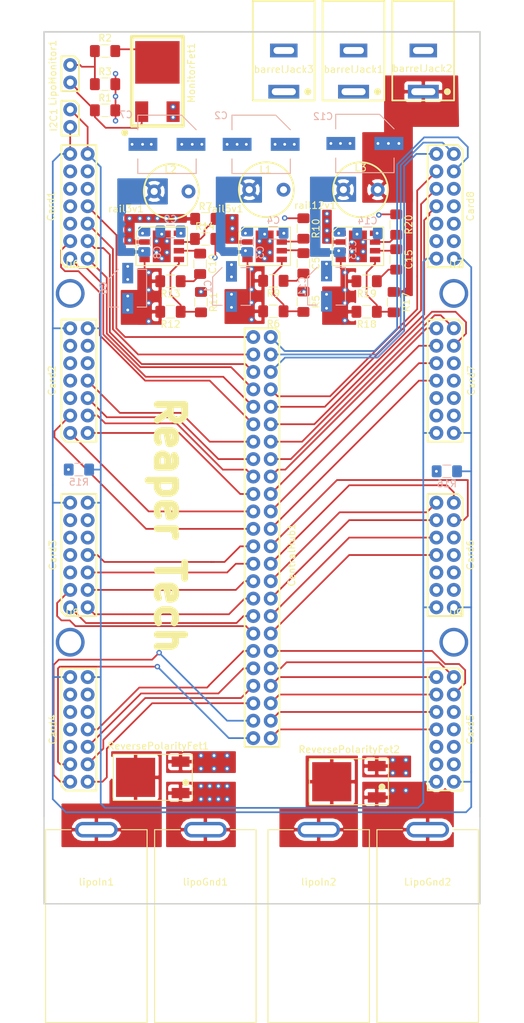
<source format=kicad_pcb>
(kicad_pcb (version 20171130) (host pcbnew "(5.0.2)-1")
  (layers (0 FRONT signal) (1 GND_PLANE power hide) (2 PWR_PLANE power hide) (3 PWR_PLANE2 power hide) (4 PWR_PLANE3 power hide) (31 BACK signal) (34 B.Paste user) (35 F.Paste user hide) (36 B.SilkS user) (37 F.SilkS user) (38 B.Mask user) (39 F.Mask user hide) (44 Edge.Cuts user))
  (net 0 "")
  (net 1 GND)
  (net 2 +5V)
  (net 3 +15V)
  (net 4 +3V3)
  (net 5 "Net-(C3-Pad2)")
  (net 6 "Net-(C3-Pad1)")
  (net 7 "Net-(C4-Pad1)")
  (net 8 "Net-(C5-Pad2)")
  (net 9 "Net-(C5-Pad1)")
  (net 10 "Net-(C8-Pad1)")
  (net 11 "Net-(C8-Pad2)")
  (net 12 "Net-(C9-Pad1)")
  (net 13 "Net-(C10-Pad2)")
  (net 14 "Net-(C10-Pad1)")
  (net 15 liPo1)
  (net 16 monitorEna1)
  (net 17 monitor1)
  (net 18 "Net-(R5-Pad2)")
  (net 19 "Net-(R11-Pad2)")
  (net 20 liPo2)
  (net 21 scl)
  (net 22 sda)
  (net 23 header2Gpio6)
  (net 24 header2Gpio5)
  (net 25 header2Gpio4)
  (net 26 header2Gpio2)
  (net 27 header2Gpio3)
  (net 28 header2Gpio1)
  (net 29 header3Gpio6)
  (net 30 header3Gpio5)
  (net 31 header3Gpio4)
  (net 32 header3Gpio2)
  (net 33 header3Gpio3)
  (net 34 header3Gpio1)
  (net 35 header4Gpio1)
  (net 36 header4Gpio3)
  (net 37 header4Gpio2)
  (net 38 header4Gpio4)
  (net 39 header4Gpio5)
  (net 40 header4Gpio6)
  (net 41 header5Gpio1)
  (net 42 header5Gpio3)
  (net 43 header5Gpio2)
  (net 44 header5Gpio4)
  (net 45 header5Gpio5)
  (net 46 header5Gpio6)
  (net 47 header6Gpio6)
  (net 48 header6Gpio5)
  (net 49 header6Gpio4)
  (net 50 header6Gpio2)
  (net 51 header6Gpio3)
  (net 52 header6Gpio1)
  (net 53 header7Gpio6)
  (net 54 header7Gpio5)
  (net 55 header7Gpio4)
  (net 56 header7Gpio2)
  (net 57 header7Gpio3)
  (net 58 header7Gpio1)
  (net 59 header8Gpio1)
  (net 60 header8Gpio3)
  (net 61 header8Gpio2)
  (net 62 header8Gpio4)
  (net 63 header8Gpio5)
  (net 64 header8Gpio6)
  (net 65 header9Gpio1)
  (net 66 header9Gpio3)
  (net 67 header9Gpio2)
  (net 68 header9Gpio4)
  (net 69 header9Gpio5)
  (net 70 header9Gpio6)
  (net 71 +12V)
  (net 72 "Net-(C13-Pad1)")
  (net 73 "Net-(C13-Pad2)")
  (net 74 "Net-(C14-Pad1)")
  (net 75 "Net-(C15-Pad2)")
  (net 76 "Net-(C15-Pad1)")
  (net 77 "Net-(R17-Pad2)")
  (net 78 "Net-(R20-Pad2)")
  (net 79 "Net-(MonitorFet1-Pad2)")
  (net 80 "Net-(R14-Pad1)")
  (net 81 "Net-(R10-Pad2)")
  (module backplane:PJ-037A (layer FRONT) (at 45.085 5.715 270)
    (fp_text reference barrelJack1 (at -0.254 0) (layer F.SilkS))
    (fp_text value PJ-037A)
    (pad 2 thru_hole rect (at -3 0 270) (size 2 4) (drill oval 1 3) (layers *.Cu *.Mask) (net 1 GND))
    (pad 1 thru_hole rect (at 3 0 270) (size 2 4.5) (drill oval 1 3.5) (layers *.Cu *.Mask) (net 2 +5V))
  )
  (module backplane:AP6503SP-13 (layer FRONT) (at 45.72 31.242 270)
    (fp_text reference rail12v1 (at -5.969 6.223) (layer F.SilkS))
    (fp_text value AP6503SP-13)
    (pad 9 smd rect (at 0 0 270) (size 4.612 2.613) (layers FRONT F.Paste F.Mask) (net 1 GND))
    (pad 4 smd rect (at 1.905 2.4975 270) (size 0.802 1.505) (layers FRONT F.Paste F.Mask) (net 1 GND))
    (pad 5 smd rect (at 1.905 -2.4975 270) (size 0.802 1.505) (layers FRONT F.Paste F.Mask) (net 77 "Net-(R17-Pad2)"))
    (pad 3 smd rect (at 0.635 2.4975 270) (size 0.802 1.505) (layers FRONT F.Paste F.Mask) (net 72 "Net-(C13-Pad1)"))
    (pad 6 smd rect (at 0.635 -2.4975 270) (size 0.802 1.505) (layers FRONT F.Paste F.Mask) (net 76 "Net-(C15-Pad1)"))
    (pad 2 smd rect (at -0.635 2.4975 270) (size 0.802 1.505) (layers FRONT F.Paste F.Mask) (net 3 +15V))
    (pad 7 smd rect (at -0.635 -2.4975 270) (size 0.802 1.505) (layers FRONT F.Paste F.Mask) (net 78 "Net-(R20-Pad2)"))
    (pad 1 smd rect (at -1.905 2.4975 270) (size 0.802 1.505) (layers FRONT F.Paste F.Mask) (net 73 "Net-(C13-Pad2)"))
    (pad 8 smd rect (at -1.905 -2.4975 270) (size 0.802 1.505) (layers FRONT F.Paste F.Mask) (net 74 "Net-(C14-Pad1)"))
  )
  (module backplane:RCH8011NP-100L (layer FRONT) (at 32.385 22.987 180)
    (fp_text reference L1 (at 0.127 2.921 180) (layer F.SilkS))
    (fp_text value 10uH)
    (pad 2 thru_hole circle (at 2.5 0 180) (size 2.02 2.02) (drill 1.02) (layers *.Cu *.Mask) (net 6 "Net-(C3-Pad1)"))
    (pad 1 thru_hole circle (at -2.5 0 180) (size 2.02 2.02) (drill 1.02) (layers *.Cu *.Mask) (net 2 +5V))
  )
  (module backplane:RCH8011NP-100L (layer FRONT) (at 18.542 23.241 180)
    (fp_text reference L2 (at 0.127 3.175 180) (layer F.SilkS))
    (fp_text value 10uH)
    (pad 2 thru_hole circle (at 2.5 0 180) (size 2.02 2.02) (drill 1.02) (layers *.Cu *.Mask) (net 10 "Net-(C8-Pad1)"))
    (pad 1 thru_hole circle (at -2.5 0 180) (size 2.02 2.02) (drill 1.02) (layers *.Cu *.Mask) (net 4 +3V3))
  )
  (module backplane:PJ-037A (layer FRONT) (at 55.245 5.715 270)
    (fp_text reference barrelJack2 (at -0.381 0.127) (layer F.SilkS))
    (fp_text value PJ-037A)
    (pad 2 thru_hole rect (at -3 0 270) (size 2 4) (drill oval 1 3) (layers *.Cu *.Mask) (net 1 GND))
    (pad 1 thru_hole rect (at 3 0 270) (size 2 4.5) (drill oval 1 3.5) (layers *.Cu *.Mask) (net 71 +12V))
  )
  (module backplane:PJ-037A (layer FRONT) (at 34.925 5.715 270)
    (fp_text reference barrelJack3 (at -0.254 0) (layer F.SilkS))
    (fp_text value PJ-037A)
    (pad 2 thru_hole rect (at -3 0 270) (size 2 4) (drill oval 1 3) (layers *.Cu *.Mask) (net 1 GND))
    (pad 1 thru_hole rect (at 3 0 270) (size 2 4.5) (drill oval 1 3.5) (layers *.Cu *.Mask) (net 4 +3V3))
  )
  (module backplane:865090442004 (layer BACK) (at 27.305 37.084 270)
    (fp_text reference C1 (at 0 3.429 270) (layer B.SilkS) (effects (justify mirror)))
    (fp_text value 22uF)
    (pad 2 smd rect (at 2.2 0 270) (size 3 1.6) (layers BACK B.Paste B.Mask) (net 1 GND))
    (pad 1 smd rect (at -2.2 0 270) (size 3 1.6) (layers BACK B.Paste B.Mask) (net 3 +15V))
  )
  (module backplane:865090449007 (layer BACK) (at 31.623 16.383 180)
    (fp_text reference C2 (at 5.842 4.191 180) (layer B.SilkS) (effects (justify mirror)))
    (fp_text value 47uF)
    (pad 2 smd rect (at 3.5 0 180) (size 4.2 1.9) (layers BACK B.Paste B.Mask) (net 1 GND))
    (pad 1 smd rect (at -3.5 0 180) (size 4.2 1.9) (layers BACK B.Paste B.Mask) (net 2 +5V))
  )
  (module Capacitor_SMD:C_1206_3216Metric_Pad1.42x1.75mm_HandSolder (layer BACK) (at 29.591 30.5705 90)
    (fp_text reference C3 (at -1.5605 1.905 90) (layer B.SilkS) (effects (justify mirror)))
    (fp_text value 10nF)
    (pad 2 smd roundrect (at 1.4875 0 90) (size 1.425 1.75) (layers BACK B.Paste B.Mask) (roundrect_rratio 0.175439) (net 5 "Net-(C3-Pad2)"))
    (pad 1 smd roundrect (at -1.4875 0 90) (size 1.425 1.75) (layers BACK B.Paste B.Mask) (roundrect_rratio 0.175439) (net 6 "Net-(C3-Pad1)"))
  )
  (module Capacitor_SMD:C_1206_3216Metric_Pad1.42x1.75mm_HandSolder (layer BACK) (at 33.401 29.2735 180)
    (fp_text reference C4 (at 0 1.82 180) (layer B.SilkS) (effects (justify mirror)))
    (fp_text value 100nF)
    (pad 2 smd roundrect (at 1.4875 0 180) (size 1.425 1.75) (layers BACK B.Paste B.Mask) (roundrect_rratio 0.175439) (net 1 GND))
    (pad 1 smd roundrect (at -1.4875 0 180) (size 1.425 1.75) (layers BACK B.Paste B.Mask) (roundrect_rratio 0.175439) (net 7 "Net-(C4-Pad1)"))
  )
  (module Capacitor_SMD:C_1206_3216Metric_Pad1.42x1.75mm_HandSolder (layer FRONT) (at 37.7825 33.7185 270)
    (fp_text reference C5 (at 0 -1.82 270) (layer F.SilkS))
    (fp_text value 6.8nF)
    (pad 2 smd roundrect (at 1.4875 0 270) (size 1.425 1.75) (layers FRONT F.Paste F.Mask) (roundrect_rratio 0.175439) (net 8 "Net-(C5-Pad2)"))
    (pad 1 smd roundrect (at -1.4875 0 270) (size 1.425 1.75) (layers FRONT F.Paste F.Mask) (roundrect_rratio 0.175439) (net 9 "Net-(C5-Pad1)"))
  )
  (module backplane:865090442004 (layer BACK) (at 12.192 37.338 270)
    (fp_text reference C6 (at 0 3.556 270) (layer B.SilkS) (effects (justify mirror)))
    (fp_text value 22uF)
    (pad 2 smd rect (at 2.2 0 270) (size 3 1.6) (layers BACK B.Paste B.Mask) (net 1 GND))
    (pad 1 smd rect (at -2.2 0 270) (size 3 1.6) (layers BACK B.Paste B.Mask) (net 3 +15V))
  )
  (module backplane:865090449007 (layer BACK) (at 17.907 16.383 180)
    (fp_text reference C7 (at 5.969 4.318 180) (layer B.SilkS) (effects (justify mirror)))
    (fp_text value 47uF)
    (pad 2 smd rect (at 3.5 0 180) (size 4.2 1.9) (layers BACK B.Paste B.Mask) (net 1 GND))
    (pad 1 smd rect (at -3.5 0 180) (size 4.2 1.9) (layers BACK B.Paste B.Mask) (net 4 +3V3))
  )
  (module Capacitor_SMD:C_1206_3216Metric_Pad1.42x1.75mm_HandSolder (layer BACK) (at 14.605 30.5705 90)
    (fp_text reference C8 (at -1.5605 1.905 90) (layer B.SilkS) (effects (justify mirror)))
    (fp_text value 10nF)
    (pad 2 smd roundrect (at 1.4875 0 90) (size 1.425 1.75) (layers BACK B.Paste B.Mask) (roundrect_rratio 0.175439) (net 11 "Net-(C8-Pad2)"))
    (pad 1 smd roundrect (at -1.4875 0 90) (size 1.425 1.75) (layers BACK B.Paste B.Mask) (roundrect_rratio 0.175439) (net 10 "Net-(C8-Pad1)"))
  )
  (module Capacitor_SMD:C_1206_3216Metric_Pad1.42x1.75mm_HandSolder (layer BACK) (at 18.415 29.083 180)
    (fp_text reference C9 (at 0 1.82 180) (layer B.SilkS) (effects (justify mirror)))
    (fp_text value 100nF)
    (pad 2 smd roundrect (at 1.4875 0 180) (size 1.425 1.75) (layers BACK B.Paste B.Mask) (roundrect_rratio 0.175439) (net 1 GND))
    (pad 1 smd roundrect (at -1.4875 0 180) (size 1.425 1.75) (layers BACK B.Paste B.Mask) (roundrect_rratio 0.175439) (net 12 "Net-(C9-Pad1)"))
  )
  (module Capacitor_SMD:C_1206_3216Metric_Pad1.42x1.75mm_HandSolder (layer FRONT) (at 22.733 33.782 270)
    (fp_text reference C10 (at 0 -1.82 270) (layer F.SilkS))
    (fp_text value 6.8nF)
    (pad 2 smd roundrect (at 1.4875 0 270) (size 1.425 1.75) (layers FRONT F.Paste F.Mask) (roundrect_rratio 0.175439) (net 13 "Net-(C10-Pad2)"))
    (pad 1 smd roundrect (at -1.4875 0 270) (size 1.425 1.75) (layers FRONT F.Paste F.Mask) (roundrect_rratio 0.175439) (net 14 "Net-(C10-Pad1)"))
  )
  (module backplane:1336G1 (layer FRONT) (at 23.495 116.205 180)
    (fp_text reference lipoGnd1 (at 0 -7.62 180) (layer F.SilkS))
    (fp_text value 1336G1)
    (pad 1 thru_hole oval (at 0 0 180) (size 6.23 2.27) (drill oval 5.23 1.27) (layers *.Cu *.Mask) (net 1 GND))
  )
  (module backplane:1336G1 (layer FRONT) (at 55.88 116.205 180)
    (fp_text reference LipoGnd2 (at 0 -7.62 180) (layer F.SilkS))
    (fp_text value 1336G1)
    (pad 1 thru_hole oval (at 0 0 180) (size 6.23 2.27) (drill oval 5.23 1.27) (layers *.Cu *.Mask) (net 1 GND))
  )
  (module backplane:1336G1 (layer FRONT) (at 7.62 116.205 180)
    (fp_text reference lipoIn1 (at 0 -7.62 180) (layer F.SilkS))
    (fp_text value 1336G1)
    (pad 1 thru_hole oval (at 0 0 180) (size 6.23 2.27) (drill oval 5.23 1.27) (layers *.Cu *.Mask) (net 15 liPo1))
  )
  (module backplane:1336G1 (layer FRONT) (at 40.005 116.205 180)
    (fp_text reference lipoIn2 (at 0 -7.62 180) (layer F.SilkS))
    (fp_text value 1336G1)
    (pad 1 thru_hole oval (at 0 0 180) (size 6.23 2.27) (drill oval 5.23 1.27) (layers *.Cu *.Mask) (net 20 liPo2))
  )
  (module Resistor_SMD:R_1206_3216Metric_Pad1.42x1.75mm_HandSolder (layer FRONT) (at 8.89 11.43)
    (fp_text reference R1 (at 0 -1.82) (layer F.SilkS))
    (fp_text value 10K)
    (pad 2 smd roundrect (at 1.4875 0) (size 1.425 1.75) (layers FRONT F.Paste F.Mask) (roundrect_rratio 0.175439) (net 1 GND))
    (pad 1 smd roundrect (at -1.4875 0) (size 1.425 1.75) (layers FRONT F.Paste F.Mask) (roundrect_rratio 0.175439) (net 16 monitorEna1))
  )
  (module Resistor_SMD:R_1206_3216Metric_Pad1.42x1.75mm_HandSolder (layer FRONT) (at 8.89 2.794 180)
    (fp_text reference R2 (at 0 1.905 180) (layer F.SilkS))
    (fp_text value 42K)
    (pad 2 smd roundrect (at 1.4875 0 180) (size 1.425 1.75) (layers FRONT F.Paste F.Mask) (roundrect_rratio 0.175439) (net 17 monitor1))
    (pad 1 smd roundrect (at -1.4875 0 180) (size 1.425 1.75) (layers FRONT F.Paste F.Mask) (roundrect_rratio 0.175439) (net 79 "Net-(MonitorFet1-Pad2)"))
  )
  (module Resistor_SMD:R_1206_3216Metric_Pad1.42x1.75mm_HandSolder (layer FRONT) (at 8.89 7.62)
    (fp_text reference R3 (at 0 -1.82) (layer F.SilkS))
    (fp_text value 10K)
    (pad 2 smd roundrect (at 1.4875 0) (size 1.425 1.75) (layers FRONT F.Paste F.Mask) (roundrect_rratio 0.175439) (net 1 GND))
    (pad 1 smd roundrect (at -1.4875 0) (size 1.425 1.75) (layers FRONT F.Paste F.Mask) (roundrect_rratio 0.175439) (net 17 monitor1))
  )
  (module Resistor_SMD:R_1206_3216Metric_Pad1.42x1.75mm_HandSolder (layer FRONT) (at 37.7825 39.3065 270)
    (fp_text reference R5 (at 0 -1.82 270) (layer F.SilkS))
    (fp_text value 45.3K)
    (pad 2 smd roundrect (at 1.4875 0 270) (size 1.425 1.75) (layers FRONT F.Paste F.Mask) (roundrect_rratio 0.175439) (net 18 "Net-(R5-Pad2)"))
    (pad 1 smd roundrect (at -1.4875 0 270) (size 1.425 1.75) (layers FRONT F.Paste F.Mask) (roundrect_rratio 0.175439) (net 2 +5V))
  )
  (module Resistor_SMD:R_1206_3216Metric_Pad1.42x1.75mm_HandSolder (layer FRONT) (at 33.401 40.7035 180)
    (fp_text reference R6 (at 0 -1.82 180) (layer F.SilkS))
    (fp_text value 10K)
    (pad 2 smd roundrect (at 1.4875 0 180) (size 1.425 1.75) (layers FRONT F.Paste F.Mask) (roundrect_rratio 0.175439) (net 1 GND))
    (pad 1 smd roundrect (at -1.4875 0 180) (size 1.425 1.75) (layers FRONT F.Paste F.Mask) (roundrect_rratio 0.175439) (net 18 "Net-(R5-Pad2)"))
  )
  (module Resistor_SMD:R_1206_3216Metric_Pad1.42x1.75mm_HandSolder (layer FRONT) (at 33.401 36.2585 180)
    (fp_text reference R9 (at 0 -1.82 180) (layer F.SilkS))
    (fp_text value 6.8k)
    (pad 2 smd roundrect (at 1.4875 0 180) (size 1.425 1.75) (layers FRONT F.Paste F.Mask) (roundrect_rratio 0.175439) (net 1 GND))
    (pad 1 smd roundrect (at -1.4875 0 180) (size 1.425 1.75) (layers FRONT F.Paste F.Mask) (roundrect_rratio 0.175439) (net 8 "Net-(C5-Pad2)"))
  )
  (module Resistor_SMD:R_1206_3216Metric_Pad1.42x1.75mm_HandSolder (layer FRONT) (at 37.7825 28.6385 270)
    (fp_text reference R10 (at 0 -1.82 270) (layer F.SilkS))
    (fp_text value 100K)
    (pad 2 smd roundrect (at 1.4875 0 270) (size 1.425 1.75) (layers FRONT F.Paste F.Mask) (roundrect_rratio 0.175439) (net 81 "Net-(R10-Pad2)"))
    (pad 1 smd roundrect (at -1.4875 0 270) (size 1.425 1.75) (layers FRONT F.Paste F.Mask) (roundrect_rratio 0.175439) (net 4 +3V3))
  )
  (module Resistor_SMD:R_1206_3216Metric_Pad1.42x1.75mm_HandSolder (layer FRONT) (at 22.86 39.37 270)
    (fp_text reference R11 (at 0 -1.82 270) (layer F.SilkS))
    (fp_text value 26.1K)
    (pad 2 smd roundrect (at 1.4875 0 270) (size 1.425 1.75) (layers FRONT F.Paste F.Mask) (roundrect_rratio 0.175439) (net 19 "Net-(R11-Pad2)"))
    (pad 1 smd roundrect (at -1.4875 0 270) (size 1.425 1.75) (layers FRONT F.Paste F.Mask) (roundrect_rratio 0.175439) (net 4 +3V3))
  )
  (module Resistor_SMD:R_1206_3216Metric_Pad1.42x1.75mm_HandSolder (layer FRONT) (at 18.415 40.767 180)
    (fp_text reference R12 (at 0 -1.82 180) (layer F.SilkS))
    (fp_text value 10K)
    (pad 2 smd roundrect (at 1.4875 0 180) (size 1.425 1.75) (layers FRONT F.Paste F.Mask) (roundrect_rratio 0.175439) (net 1 GND))
    (pad 1 smd roundrect (at -1.4875 0 180) (size 1.425 1.75) (layers FRONT F.Paste F.Mask) (roundrect_rratio 0.175439) (net 19 "Net-(R11-Pad2)"))
  )
  (module Resistor_SMD:R_1206_3216Metric_Pad1.42x1.75mm_HandSolder (layer FRONT) (at 18.415 36.322 180)
    (fp_text reference R13 (at 0 -1.82 180) (layer F.SilkS))
    (fp_text value 6.8k)
    (pad 2 smd roundrect (at 1.4875 0 180) (size 1.425 1.75) (layers FRONT F.Paste F.Mask) (roundrect_rratio 0.175439) (net 1 GND))
    (pad 1 smd roundrect (at -1.4875 0 180) (size 1.425 1.75) (layers FRONT F.Paste F.Mask) (roundrect_rratio 0.175439) (net 13 "Net-(C10-Pad2)"))
  )
  (module Resistor_SMD:R_1206_3216Metric_Pad1.42x1.75mm_HandSolder (layer FRONT) (at 23.468 30.1625)
    (fp_text reference R14 (at 0 -1.82) (layer F.SilkS))
    (fp_text value 100K)
    (pad 2 smd roundrect (at 1.4875 0) (size 1.425 1.75) (layers FRONT F.Paste F.Mask) (roundrect_rratio 0.175439) (net 1 GND))
    (pad 1 smd roundrect (at -1.4875 0) (size 1.425 1.75) (layers FRONT F.Paste F.Mask) (roundrect_rratio 0.175439) (net 80 "Net-(R14-Pad1)"))
  )
  (module backplane:AP6503SP-13 (layer FRONT) (at 17.145 31.242 270)
    (fp_text reference rail3v1 (at -5.461 5.207 180) (layer F.SilkS))
    (fp_text value AP6503SP-13)
    (pad 9 smd rect (at 0 0 270) (size 4.612 2.613) (layers FRONT F.Paste F.Mask) (net 1 GND))
    (pad 4 smd rect (at 1.905 2.4975 270) (size 0.802 1.505) (layers FRONT F.Paste F.Mask) (net 1 GND))
    (pad 5 smd rect (at 1.905 -2.4975 270) (size 0.802 1.505) (layers FRONT F.Paste F.Mask) (net 19 "Net-(R11-Pad2)"))
    (pad 3 smd rect (at 0.635 2.4975 270) (size 0.802 1.505) (layers FRONT F.Paste F.Mask) (net 10 "Net-(C8-Pad1)"))
    (pad 6 smd rect (at 0.635 -2.4975 270) (size 0.802 1.505) (layers FRONT F.Paste F.Mask) (net 14 "Net-(C10-Pad1)"))
    (pad 2 smd rect (at -0.635 2.4975 270) (size 0.802 1.505) (layers FRONT F.Paste F.Mask) (net 3 +15V))
    (pad 7 smd rect (at -0.635 -2.4975 270) (size 0.802 1.505) (layers FRONT F.Paste F.Mask) (net 80 "Net-(R14-Pad1)"))
    (pad 1 smd rect (at -1.905 2.4975 270) (size 0.802 1.505) (layers FRONT F.Paste F.Mask) (net 11 "Net-(C8-Pad2)"))
    (pad 8 smd rect (at -1.905 -2.4975 270) (size 0.802 1.505) (layers FRONT F.Paste F.Mask) (net 12 "Net-(C9-Pad1)"))
  )
  (module backplane:AP6503SP-13 (layer FRONT) (at 32.131 31.242 270)
    (fp_text reference rail5v1 (at -5.461 5.715 180) (layer F.SilkS))
    (fp_text value AP6503SP-13)
    (pad 9 smd rect (at 0 0 270) (size 4.612 2.613) (layers FRONT F.Paste F.Mask) (net 1 GND))
    (pad 4 smd rect (at 1.905 2.4975 270) (size 0.802 1.505) (layers FRONT F.Paste F.Mask) (net 1 GND))
    (pad 5 smd rect (at 1.905 -2.4975 270) (size 0.802 1.505) (layers FRONT F.Paste F.Mask) (net 18 "Net-(R5-Pad2)"))
    (pad 3 smd rect (at 0.635 2.4975 270) (size 0.802 1.505) (layers FRONT F.Paste F.Mask) (net 6 "Net-(C3-Pad1)"))
    (pad 6 smd rect (at 0.635 -2.4975 270) (size 0.802 1.505) (layers FRONT F.Paste F.Mask) (net 9 "Net-(C5-Pad1)"))
    (pad 2 smd rect (at -0.635 2.4975 270) (size 0.802 1.505) (layers FRONT F.Paste F.Mask) (net 3 +15V))
    (pad 7 smd rect (at -0.635 -2.4975 270) (size 0.802 1.505) (layers FRONT F.Paste F.Mask) (net 81 "Net-(R10-Pad2)"))
    (pad 1 smd rect (at -1.905 2.4975 270) (size 0.802 1.505) (layers FRONT F.Paste F.Mask) (net 5 "Net-(C3-Pad2)"))
    (pad 8 smd rect (at -1.905 -2.4975 270) (size 0.802 1.505) (layers FRONT F.Paste F.Mask) (net 7 "Net-(C4-Pad1)"))
  )
  (module backplane:DMP3028LK3-13 (layer FRONT) (at 13.335 108.585 90)
    (fp_text reference ReversePolarityFet1 (at 4.572 3.302 180) (layer F.SilkS))
    (fp_text value DMP3028LK3-13)
    (pad 3 smd rect (at 2.286 6.55 90) (size 1.5 2.6) (layers FRONT F.Paste F.Mask) (net 3 +15V))
    (pad 1 smd rect (at -2.286 6.55 90) (size 1.5 2.6) (layers FRONT F.Paste F.Mask) (net 1 GND))
    (pad 2 smd rect (at 0 0 90) (size 5.7 5.7) (layers FRONT F.Paste F.Mask) (net 15 liPo1))
  )
  (module backplane:DMP3028LK3-13 (layer FRONT) (at 41.91 109.22 90)
    (fp_text reference ReversePolarityFet2 (at 4.699 2.54 180) (layer F.SilkS))
    (fp_text value DMP3028LK3-13)
    (pad 3 smd rect (at 2.286 6.55 90) (size 1.5 2.6) (layers FRONT F.Paste F.Mask) (net 3 +15V))
    (pad 1 smd rect (at -2.286 6.55 90) (size 1.5 2.6) (layers FRONT F.Paste F.Mask) (net 1 GND))
    (pad 2 smd rect (at 0 0 90) (size 5.7 5.7) (layers FRONT F.Paste F.Mask) (net 20 liPo2))
  )
  (module backplane:NTD4969NT4G (layer FRONT) (at 16.51 4.445 270)
    (fp_text reference MonitorFet1 (at 1.524 -4.953 270) (layer F.SilkS))
    (fp_text value NTD4969NT4G)
    (pad 1 smd rect (at 7.18 2.285 270) (size 3 1.9) (layers FRONT F.Paste F.Mask) (net 16 monitorEna1))
    (pad 3 smd rect (at 7.18 -2.285 270) (size 3 1.9) (layers FRONT F.Paste F.Mask) (net 3 +15V))
    (pad 2 smd rect (at 0 0 270) (size 6.2 6.46) (layers FRONT F.Paste F.Mask) (net 79 "Net-(MonitorFet1-Pad2)"))
  )
  (module backplane:PREC002SAAN-RC (layer FRONT) (at 5.08 12.573 270)
    (fp_text reference I2C1 (at 0.254 3.683 270) (layer F.SilkS))
    (fp_text value PREC002SAAN-RC)
    (pad 2 thru_hole circle (at 1.27 1.27 270) (size 2 2) (drill 1) (layers *.Cu *.Mask) (net 22 sda))
    (pad 1 thru_hole circle (at -1.27 1.27 270) (size 2 2) (drill 1) (layers *.Cu *.Mask) (net 21 scl))
  )
  (module Resistor_SMD:R_1206_3216Metric_Pad1.42x1.75mm_HandSolder (layer BACK) (at 5.08 63.754)
    (fp_text reference R15 (at 0 1.82) (layer B.SilkS) (effects (justify mirror)))
    (fp_text value 4.7K)
    (pad 2 smd roundrect (at 1.4875 0) (size 1.425 1.75) (layers BACK B.Paste B.Mask) (roundrect_rratio 0.175439) (net 21 scl))
    (pad 1 smd roundrect (at -1.4875 0) (size 1.425 1.75) (layers BACK B.Paste B.Mask) (roundrect_rratio 0.175439) (net 4 +3V3))
  )
  (module Resistor_SMD:R_1206_3216Metric_Pad1.42x1.75mm_HandSolder (layer BACK) (at 58.674 64.008)
    (fp_text reference R16 (at 0 1.82) (layer B.SilkS) (effects (justify mirror)))
    (fp_text value 4.7K)
    (pad 2 smd roundrect (at 1.4875 0) (size 1.425 1.75) (layers BACK B.Paste B.Mask) (roundrect_rratio 0.175439) (net 22 sda))
    (pad 1 smd roundrect (at -1.4875 0) (size 1.425 1.75) (layers BACK B.Paste B.Mask) (roundrect_rratio 0.175439) (net 4 +3V3))
  )
  (module backplane:PPPC072LJBN-RC (layer FRONT) (at 3.81 25.4 90)
    (fp_text reference Card1 (at 0 -2.794 90) (layer F.SilkS))
    (fp_text value PPPC072LJBN-RC)
    (pad 14 thru_hole circle (at 7.62 2.54 90) (size 2.02 2.02) (drill 1.02) (layers *.Cu *.Mask) (net 21 scl))
    (pad 13 thru_hole circle (at 7.62 0 90) (size 2.02 2.02) (drill 1.02) (layers *.Cu *.Mask) (net 22 sda))
    (pad 12 thru_hole circle (at 5.08 2.54 90) (size 2.02 2.02) (drill 1.02) (layers *.Cu *.Mask) (net 2 +5V))
    (pad 11 thru_hole circle (at 5.08 0 90) (size 2.02 2.02) (drill 1.02) (layers *.Cu *.Mask) (net 4 +3V3))
    (pad 10 thru_hole circle (at 2.54 2.54 90) (size 2.02 2.02) (drill 1.02) (layers *.Cu *.Mask) (net 3 +15V))
    (pad 9 thru_hole circle (at 2.54 0 90) (size 2.02 2.02) (drill 1.02) (layers *.Cu *.Mask) (net 3 +15V))
    (pad 8 thru_hole circle (at 0 2.54 90) (size 2.02 2.02) (drill 1.02) (layers *.Cu *.Mask) (net 23 header2Gpio6))
    (pad 7 thru_hole circle (at 0 0 90) (size 2.02 2.02) (drill 1.02) (layers *.Cu *.Mask) (net 1 GND))
    (pad 6 thru_hole circle (at -2.54 2.54 90) (size 2.02 2.02) (drill 1.02) (layers *.Cu *.Mask) (net 24 header2Gpio5))
    (pad 5 thru_hole circle (at -2.54 0 90) (size 2.02 2.02) (drill 1.02) (layers *.Cu *.Mask) (net 1 GND))
    (pad 4 thru_hole circle (at -5.08 2.54 90) (size 2.02 2.02) (drill 1.02) (layers *.Cu *.Mask) (net 25 header2Gpio4))
    (pad 3 thru_hole circle (at -5.08 0 90) (size 2.02 2.02) (drill 1.02) (layers *.Cu *.Mask) (net 26 header2Gpio2))
    (pad 2 thru_hole circle (at -7.62 2.54 90) (size 2.02 2.02) (drill 1.02) (layers *.Cu *.Mask) (net 27 header2Gpio3))
    (pad 1 thru_hole circle (at -7.62 0 90) (size 2.02 2.02) (drill 1.02) (layers *.Cu *.Mask) (net 28 header2Gpio1))
  )
  (module backplane:PPPC072LJBN-RC (layer FRONT) (at 3.81 50.8 90)
    (fp_text reference Card2 (at 0 -2.667 90) (layer F.SilkS))
    (fp_text value PPPC072LJBN-RC)
    (pad 14 thru_hole circle (at 7.62 2.54 90) (size 2.02 2.02) (drill 1.02) (layers *.Cu *.Mask) (net 21 scl))
    (pad 13 thru_hole circle (at 7.62 0 90) (size 2.02 2.02) (drill 1.02) (layers *.Cu *.Mask) (net 22 sda))
    (pad 12 thru_hole circle (at 5.08 2.54 90) (size 2.02 2.02) (drill 1.02) (layers *.Cu *.Mask) (net 2 +5V))
    (pad 11 thru_hole circle (at 5.08 0 90) (size 2.02 2.02) (drill 1.02) (layers *.Cu *.Mask) (net 4 +3V3))
    (pad 10 thru_hole circle (at 2.54 2.54 90) (size 2.02 2.02) (drill 1.02) (layers *.Cu *.Mask) (net 3 +15V))
    (pad 9 thru_hole circle (at 2.54 0 90) (size 2.02 2.02) (drill 1.02) (layers *.Cu *.Mask) (net 3 +15V))
    (pad 8 thru_hole circle (at 0 2.54 90) (size 2.02 2.02) (drill 1.02) (layers *.Cu *.Mask) (net 29 header3Gpio6))
    (pad 7 thru_hole circle (at 0 0 90) (size 2.02 2.02) (drill 1.02) (layers *.Cu *.Mask) (net 1 GND))
    (pad 6 thru_hole circle (at -2.54 2.54 90) (size 2.02 2.02) (drill 1.02) (layers *.Cu *.Mask) (net 30 header3Gpio5))
    (pad 5 thru_hole circle (at -2.54 0 90) (size 2.02 2.02) (drill 1.02) (layers *.Cu *.Mask) (net 1 GND))
    (pad 4 thru_hole circle (at -5.08 2.54 90) (size 2.02 2.02) (drill 1.02) (layers *.Cu *.Mask) (net 31 header3Gpio4))
    (pad 3 thru_hole circle (at -5.08 0 90) (size 2.02 2.02) (drill 1.02) (layers *.Cu *.Mask) (net 32 header3Gpio2))
    (pad 2 thru_hole circle (at -7.62 2.54 90) (size 2.02 2.02) (drill 1.02) (layers *.Cu *.Mask) (net 33 header3Gpio3))
    (pad 1 thru_hole circle (at -7.62 0 90) (size 2.02 2.02) (drill 1.02) (layers *.Cu *.Mask) (net 34 header3Gpio1))
  )
  (module backplane:PPPC072LJBN-RC (layer FRONT) (at 3.81 76.2 90)
    (fp_text reference Card3 (at 0 -2.54 90) (layer F.SilkS))
    (fp_text value PPPC072LJBN-RC)
    (pad 14 thru_hole circle (at 7.62 2.54 90) (size 2.02 2.02) (drill 1.02) (layers *.Cu *.Mask) (net 21 scl))
    (pad 13 thru_hole circle (at 7.62 0 90) (size 2.02 2.02) (drill 1.02) (layers *.Cu *.Mask) (net 22 sda))
    (pad 12 thru_hole circle (at 5.08 2.54 90) (size 2.02 2.02) (drill 1.02) (layers *.Cu *.Mask) (net 2 +5V))
    (pad 11 thru_hole circle (at 5.08 0 90) (size 2.02 2.02) (drill 1.02) (layers *.Cu *.Mask) (net 4 +3V3))
    (pad 10 thru_hole circle (at 2.54 2.54 90) (size 2.02 2.02) (drill 1.02) (layers *.Cu *.Mask) (net 3 +15V))
    (pad 9 thru_hole circle (at 2.54 0 90) (size 2.02 2.02) (drill 1.02) (layers *.Cu *.Mask) (net 3 +15V))
    (pad 8 thru_hole circle (at 0 2.54 90) (size 2.02 2.02) (drill 1.02) (layers *.Cu *.Mask) (net 40 header4Gpio6))
    (pad 7 thru_hole circle (at 0 0 90) (size 2.02 2.02) (drill 1.02) (layers *.Cu *.Mask) (net 1 GND))
    (pad 6 thru_hole circle (at -2.54 2.54 90) (size 2.02 2.02) (drill 1.02) (layers *.Cu *.Mask) (net 39 header4Gpio5))
    (pad 5 thru_hole circle (at -2.54 0 90) (size 2.02 2.02) (drill 1.02) (layers *.Cu *.Mask) (net 1 GND))
    (pad 4 thru_hole circle (at -5.08 2.54 90) (size 2.02 2.02) (drill 1.02) (layers *.Cu *.Mask) (net 38 header4Gpio4))
    (pad 3 thru_hole circle (at -5.08 0 90) (size 2.02 2.02) (drill 1.02) (layers *.Cu *.Mask) (net 37 header4Gpio2))
    (pad 2 thru_hole circle (at -7.62 2.54 90) (size 2.02 2.02) (drill 1.02) (layers *.Cu *.Mask) (net 36 header4Gpio3))
    (pad 1 thru_hole circle (at -7.62 0 90) (size 2.02 2.02) (drill 1.02) (layers *.Cu *.Mask) (net 35 header4Gpio1))
  )
  (module backplane:PPPC072LJBN-RC (layer FRONT) (at 3.81 101.6 90)
    (fp_text reference Card4 (at 0 -2.54 90) (layer F.SilkS))
    (fp_text value PPPC072LJBN-RC)
    (pad 14 thru_hole circle (at 7.62 2.54 90) (size 2.02 2.02) (drill 1.02) (layers *.Cu *.Mask) (net 21 scl))
    (pad 13 thru_hole circle (at 7.62 0 90) (size 2.02 2.02) (drill 1.02) (layers *.Cu *.Mask) (net 22 sda))
    (pad 12 thru_hole circle (at 5.08 2.54 90) (size 2.02 2.02) (drill 1.02) (layers *.Cu *.Mask) (net 2 +5V))
    (pad 11 thru_hole circle (at 5.08 0 90) (size 2.02 2.02) (drill 1.02) (layers *.Cu *.Mask) (net 4 +3V3))
    (pad 10 thru_hole circle (at 2.54 2.54 90) (size 2.02 2.02) (drill 1.02) (layers *.Cu *.Mask) (net 3 +15V))
    (pad 9 thru_hole circle (at 2.54 0 90) (size 2.02 2.02) (drill 1.02) (layers *.Cu *.Mask) (net 3 +15V))
    (pad 8 thru_hole circle (at 0 2.54 90) (size 2.02 2.02) (drill 1.02) (layers *.Cu *.Mask) (net 46 header5Gpio6))
    (pad 7 thru_hole circle (at 0 0 90) (size 2.02 2.02) (drill 1.02) (layers *.Cu *.Mask) (net 1 GND))
    (pad 6 thru_hole circle (at -2.54 2.54 90) (size 2.02 2.02) (drill 1.02) (layers *.Cu *.Mask) (net 45 header5Gpio5))
    (pad 5 thru_hole circle (at -2.54 0 90) (size 2.02 2.02) (drill 1.02) (layers *.Cu *.Mask) (net 1 GND))
    (pad 4 thru_hole circle (at -5.08 2.54 90) (size 2.02 2.02) (drill 1.02) (layers *.Cu *.Mask) (net 44 header5Gpio4))
    (pad 3 thru_hole circle (at -5.08 0 90) (size 2.02 2.02) (drill 1.02) (layers *.Cu *.Mask) (net 43 header5Gpio2))
    (pad 2 thru_hole circle (at -7.62 2.54 90) (size 2.02 2.02) (drill 1.02) (layers *.Cu *.Mask) (net 42 header5Gpio3))
    (pad 1 thru_hole circle (at -7.62 0 90) (size 2.02 2.02) (drill 1.02) (layers *.Cu *.Mask) (net 41 header5Gpio1))
  )
  (module backplane:PPPC072LJBN-RC (layer FRONT) (at 59.69 25.4 270)
    (fp_text reference Card8 (at 0 -2.413 270) (layer F.SilkS))
    (fp_text value PPPC072LJBN-RC)
    (pad 14 thru_hole circle (at 7.62 2.54 270) (size 2.02 2.02) (drill 1.02) (layers *.Cu *.Mask) (net 21 scl))
    (pad 13 thru_hole circle (at 7.62 0 270) (size 2.02 2.02) (drill 1.02) (layers *.Cu *.Mask) (net 22 sda))
    (pad 12 thru_hole circle (at 5.08 2.54 270) (size 2.02 2.02) (drill 1.02) (layers *.Cu *.Mask) (net 2 +5V))
    (pad 11 thru_hole circle (at 5.08 0 270) (size 2.02 2.02) (drill 1.02) (layers *.Cu *.Mask) (net 4 +3V3))
    (pad 10 thru_hole circle (at 2.54 2.54 270) (size 2.02 2.02) (drill 1.02) (layers *.Cu *.Mask) (net 3 +15V))
    (pad 9 thru_hole circle (at 2.54 0 270) (size 2.02 2.02) (drill 1.02) (layers *.Cu *.Mask) (net 3 +15V))
    (pad 8 thru_hole circle (at 0 2.54 270) (size 2.02 2.02) (drill 1.02) (layers *.Cu *.Mask) (net 47 header6Gpio6))
    (pad 7 thru_hole circle (at 0 0 270) (size 2.02 2.02) (drill 1.02) (layers *.Cu *.Mask) (net 1 GND))
    (pad 6 thru_hole circle (at -2.54 2.54 270) (size 2.02 2.02) (drill 1.02) (layers *.Cu *.Mask) (net 48 header6Gpio5))
    (pad 5 thru_hole circle (at -2.54 0 270) (size 2.02 2.02) (drill 1.02) (layers *.Cu *.Mask) (net 1 GND))
    (pad 4 thru_hole circle (at -5.08 2.54 270) (size 2.02 2.02) (drill 1.02) (layers *.Cu *.Mask) (net 49 header6Gpio4))
    (pad 3 thru_hole circle (at -5.08 0 270) (size 2.02 2.02) (drill 1.02) (layers *.Cu *.Mask) (net 50 header6Gpio2))
    (pad 2 thru_hole circle (at -7.62 2.54 270) (size 2.02 2.02) (drill 1.02) (layers *.Cu *.Mask) (net 51 header6Gpio3))
    (pad 1 thru_hole circle (at -7.62 0 270) (size 2.02 2.02) (drill 1.02) (layers *.Cu *.Mask) (net 52 header6Gpio1))
  )
  (module backplane:PPPC072LJBN-RC (layer FRONT) (at 59.69 50.8 270)
    (fp_text reference Card7 (at 0 -2.54 270) (layer F.SilkS))
    (fp_text value PPPC072LJBN-RC)
    (pad 14 thru_hole circle (at 7.62 2.54 270) (size 2.02 2.02) (drill 1.02) (layers *.Cu *.Mask) (net 21 scl))
    (pad 13 thru_hole circle (at 7.62 0 270) (size 2.02 2.02) (drill 1.02) (layers *.Cu *.Mask) (net 22 sda))
    (pad 12 thru_hole circle (at 5.08 2.54 270) (size 2.02 2.02) (drill 1.02) (layers *.Cu *.Mask) (net 2 +5V))
    (pad 11 thru_hole circle (at 5.08 0 270) (size 2.02 2.02) (drill 1.02) (layers *.Cu *.Mask) (net 4 +3V3))
    (pad 10 thru_hole circle (at 2.54 2.54 270) (size 2.02 2.02) (drill 1.02) (layers *.Cu *.Mask) (net 3 +15V))
    (pad 9 thru_hole circle (at 2.54 0 270) (size 2.02 2.02) (drill 1.02) (layers *.Cu *.Mask) (net 3 +15V))
    (pad 8 thru_hole circle (at 0 2.54 270) (size 2.02 2.02) (drill 1.02) (layers *.Cu *.Mask) (net 53 header7Gpio6))
    (pad 7 thru_hole circle (at 0 0 270) (size 2.02 2.02) (drill 1.02) (layers *.Cu *.Mask) (net 1 GND))
    (pad 6 thru_hole circle (at -2.54 2.54 270) (size 2.02 2.02) (drill 1.02) (layers *.Cu *.Mask) (net 54 header7Gpio5))
    (pad 5 thru_hole circle (at -2.54 0 270) (size 2.02 2.02) (drill 1.02) (layers *.Cu *.Mask) (net 1 GND))
    (pad 4 thru_hole circle (at -5.08 2.54 270) (size 2.02 2.02) (drill 1.02) (layers *.Cu *.Mask) (net 55 header7Gpio4))
    (pad 3 thru_hole circle (at -5.08 0 270) (size 2.02 2.02) (drill 1.02) (layers *.Cu *.Mask) (net 56 header7Gpio2))
    (pad 2 thru_hole circle (at -7.62 2.54 270) (size 2.02 2.02) (drill 1.02) (layers *.Cu *.Mask) (net 57 header7Gpio3))
    (pad 1 thru_hole circle (at -7.62 0 270) (size 2.02 2.02) (drill 1.02) (layers *.Cu *.Mask) (net 58 header7Gpio1))
  )
  (module backplane:PPPC072LJBN-RC (layer FRONT) (at 59.69 76.2 270)
    (fp_text reference Card6 (at 0 -2.413 270) (layer F.SilkS))
    (fp_text value PPPC072LJBN-RC)
    (pad 14 thru_hole circle (at 7.62 2.54 270) (size 2.02 2.02) (drill 1.02) (layers *.Cu *.Mask) (net 21 scl))
    (pad 13 thru_hole circle (at 7.62 0 270) (size 2.02 2.02) (drill 1.02) (layers *.Cu *.Mask) (net 22 sda))
    (pad 12 thru_hole circle (at 5.08 2.54 270) (size 2.02 2.02) (drill 1.02) (layers *.Cu *.Mask) (net 2 +5V))
    (pad 11 thru_hole circle (at 5.08 0 270) (size 2.02 2.02) (drill 1.02) (layers *.Cu *.Mask) (net 4 +3V3))
    (pad 10 thru_hole circle (at 2.54 2.54 270) (size 2.02 2.02) (drill 1.02) (layers *.Cu *.Mask) (net 3 +15V))
    (pad 9 thru_hole circle (at 2.54 0 270) (size 2.02 2.02) (drill 1.02) (layers *.Cu *.Mask) (net 3 +15V))
    (pad 8 thru_hole circle (at 0 2.54 270) (size 2.02 2.02) (drill 1.02) (layers *.Cu *.Mask) (net 64 header8Gpio6))
    (pad 7 thru_hole circle (at 0 0 270) (size 2.02 2.02) (drill 1.02) (layers *.Cu *.Mask) (net 1 GND))
    (pad 6 thru_hole circle (at -2.54 2.54 270) (size 2.02 2.02) (drill 1.02) (layers *.Cu *.Mask) (net 63 header8Gpio5))
    (pad 5 thru_hole circle (at -2.54 0 270) (size 2.02 2.02) (drill 1.02) (layers *.Cu *.Mask) (net 1 GND))
    (pad 4 thru_hole circle (at -5.08 2.54 270) (size 2.02 2.02) (drill 1.02) (layers *.Cu *.Mask) (net 62 header8Gpio4))
    (pad 3 thru_hole circle (at -5.08 0 270) (size 2.02 2.02) (drill 1.02) (layers *.Cu *.Mask) (net 61 header8Gpio2))
    (pad 2 thru_hole circle (at -7.62 2.54 270) (size 2.02 2.02) (drill 1.02) (layers *.Cu *.Mask) (net 60 header8Gpio3))
    (pad 1 thru_hole circle (at -7.62 0 270) (size 2.02 2.02) (drill 1.02) (layers *.Cu *.Mask) (net 59 header8Gpio1))
  )
  (module backplane:PPPC072LJBN-RC (layer FRONT) (at 59.69 101.6 270)
    (fp_text reference Card5 (at 0 -2.413 270) (layer F.SilkS))
    (fp_text value PPPC072LJBN-RC)
    (pad 14 thru_hole circle (at 7.62 2.54 270) (size 2.02 2.02) (drill 1.02) (layers *.Cu *.Mask) (net 21 scl))
    (pad 13 thru_hole circle (at 7.62 0 270) (size 2.02 2.02) (drill 1.02) (layers *.Cu *.Mask) (net 22 sda))
    (pad 12 thru_hole circle (at 5.08 2.54 270) (size 2.02 2.02) (drill 1.02) (layers *.Cu *.Mask) (net 2 +5V))
    (pad 11 thru_hole circle (at 5.08 0 270) (size 2.02 2.02) (drill 1.02) (layers *.Cu *.Mask) (net 4 +3V3))
    (pad 10 thru_hole circle (at 2.54 2.54 270) (size 2.02 2.02) (drill 1.02) (layers *.Cu *.Mask) (net 3 +15V))
    (pad 9 thru_hole circle (at 2.54 0 270) (size 2.02 2.02) (drill 1.02) (layers *.Cu *.Mask) (net 3 +15V))
    (pad 8 thru_hole circle (at 0 2.54 270) (size 2.02 2.02) (drill 1.02) (layers *.Cu *.Mask) (net 70 header9Gpio6))
    (pad 7 thru_hole circle (at 0 0 270) (size 2.02 2.02) (drill 1.02) (layers *.Cu *.Mask) (net 1 GND))
    (pad 6 thru_hole circle (at -2.54 2.54 270) (size 2.02 2.02) (drill 1.02) (layers *.Cu *.Mask) (net 69 header9Gpio5))
    (pad 5 thru_hole circle (at -2.54 0 270) (size 2.02 2.02) (drill 1.02) (layers *.Cu *.Mask) (net 1 GND))
    (pad 4 thru_hole circle (at -5.08 2.54 270) (size 2.02 2.02) (drill 1.02) (layers *.Cu *.Mask) (net 68 header9Gpio4))
    (pad 3 thru_hole circle (at -5.08 0 270) (size 2.02 2.02) (drill 1.02) (layers *.Cu *.Mask) (net 67 header9Gpio2))
    (pad 2 thru_hole circle (at -7.62 2.54 270) (size 2.02 2.02) (drill 1.02) (layers *.Cu *.Mask) (net 66 header9Gpio3))
    (pad 1 thru_hole circle (at -7.62 0 270) (size 2.02 2.02) (drill 1.02) (layers *.Cu *.Mask) (net 65 header9Gpio1))
  )
  (module backplane:865090442004 (layer BACK) (at 41.148 37.043 270)
    (fp_text reference C11 (at 0.041 3.556 270) (layer B.SilkS) (effects (justify mirror)))
    (fp_text value 22uF)
    (pad 2 smd rect (at 2.2 0 270) (size 3 1.6) (layers BACK B.Paste B.Mask) (net 1 GND))
    (pad 1 smd rect (at -2.2 0 270) (size 3 1.6) (layers BACK B.Paste B.Mask) (net 3 +15V))
  )
  (module backplane:865090449007 (layer BACK) (at 46.736 16.256 180)
    (fp_text reference C12 (at 6.096 3.937 180) (layer B.SilkS) (effects (justify mirror)))
    (fp_text value 47uF)
    (pad 2 smd rect (at 3.5 0 180) (size 4.2 1.9) (layers BACK B.Paste B.Mask) (net 1 GND))
    (pad 1 smd rect (at -3.5 0 180) (size 4.2 1.9) (layers BACK B.Paste B.Mask) (net 71 +12V))
  )
  (module Capacitor_SMD:C_1206_3216Metric_Pad1.42x1.75mm_HandSolder (layer BACK) (at 43.053 30.607 90)
    (fp_text reference C13 (at -1.143 1.905 90) (layer B.SilkS) (effects (justify mirror)))
    (fp_text value 10nF)
    (pad 2 smd roundrect (at 1.4875 0 90) (size 1.425 1.75) (layers BACK B.Paste B.Mask) (roundrect_rratio 0.175439) (net 73 "Net-(C13-Pad2)"))
    (pad 1 smd roundrect (at -1.4875 0 90) (size 1.425 1.75) (layers BACK B.Paste B.Mask) (roundrect_rratio 0.175439) (net 72 "Net-(C13-Pad1)"))
  )
  (module Capacitor_SMD:C_1206_3216Metric_Pad1.42x1.75mm_HandSolder (layer BACK) (at 47.117 29.337 180)
    (fp_text reference C14 (at 0 1.82 180) (layer B.SilkS) (effects (justify mirror)))
    (fp_text value 100nF)
    (pad 2 smd roundrect (at 1.4875 0 180) (size 1.425 1.75) (layers BACK B.Paste B.Mask) (roundrect_rratio 0.175439) (net 1 GND))
    (pad 1 smd roundrect (at -1.4875 0 180) (size 1.425 1.75) (layers BACK B.Paste B.Mask) (roundrect_rratio 0.175439) (net 74 "Net-(C14-Pad1)"))
  )
  (module Capacitor_SMD:C_1206_3216Metric_Pad1.42x1.75mm_HandSolder (layer FRONT) (at 51.308 33.147 270)
    (fp_text reference C15 (at 0 -1.82 270) (layer F.SilkS))
    (fp_text value 6.8nF)
    (pad 2 smd roundrect (at 1.4875 0 270) (size 1.425 1.75) (layers FRONT F.Paste F.Mask) (roundrect_rratio 0.175439) (net 75 "Net-(C15-Pad2)"))
    (pad 1 smd roundrect (at -1.4875 0 270) (size 1.425 1.75) (layers FRONT F.Paste F.Mask) (roundrect_rratio 0.175439) (net 76 "Net-(C15-Pad1)"))
  )
  (module Resistor_SMD:R_1206_3216Metric_Pad1.42x1.75mm_HandSolder (layer FRONT) (at 50.927 39.37 270)
    (fp_text reference R17 (at 0 -1.82 270) (layer F.SilkS))
    (fp_text value 120K)
    (pad 2 smd roundrect (at 1.4875 0 270) (size 1.425 1.75) (layers FRONT F.Paste F.Mask) (roundrect_rratio 0.175439) (net 77 "Net-(R17-Pad2)"))
    (pad 1 smd roundrect (at -1.4875 0 270) (size 1.425 1.75) (layers FRONT F.Paste F.Mask) (roundrect_rratio 0.175439) (net 71 +12V))
  )
  (module Resistor_SMD:R_1206_3216Metric_Pad1.42x1.75mm_HandSolder (layer FRONT) (at 46.99 40.767 180)
    (fp_text reference R18 (at 0 -1.82 180) (layer F.SilkS))
    (fp_text value 10K)
    (pad 2 smd roundrect (at 1.4875 0 180) (size 1.425 1.75) (layers FRONT F.Paste F.Mask) (roundrect_rratio 0.175439) (net 1 GND))
    (pad 1 smd roundrect (at -1.4875 0 180) (size 1.425 1.75) (layers FRONT F.Paste F.Mask) (roundrect_rratio 0.175439) (net 77 "Net-(R17-Pad2)"))
  )
  (module Resistor_SMD:R_1206_3216Metric_Pad1.42x1.75mm_HandSolder (layer FRONT) (at 46.99 36.322 180)
    (fp_text reference R19 (at 0 -1.82 180) (layer F.SilkS))
    (fp_text value 6.8k)
    (pad 2 smd roundrect (at 1.4875 0 180) (size 1.425 1.75) (layers FRONT F.Paste F.Mask) (roundrect_rratio 0.175439) (net 1 GND))
    (pad 1 smd roundrect (at -1.4875 0 180) (size 1.425 1.75) (layers FRONT F.Paste F.Mask) (roundrect_rratio 0.175439) (net 75 "Net-(C15-Pad2)"))
  )
  (module Resistor_SMD:R_1206_3216Metric_Pad1.42x1.75mm_HandSolder (layer FRONT) (at 51.308 28.067 270)
    (fp_text reference R20 (at 0 -1.82 270) (layer F.SilkS))
    (fp_text value 100K)
    (pad 2 smd roundrect (at 1.4875 0 270) (size 1.425 1.75) (layers FRONT F.Paste F.Mask) (roundrect_rratio 0.175439) (net 78 "Net-(R20-Pad2)"))
    (pad 1 smd roundrect (at -1.4875 0 270) (size 1.425 1.75) (layers FRONT F.Paste F.Mask) (roundrect_rratio 0.175439) (net 4 +3V3))
  )
  (module backplane:RCH8011NP-100L (layer FRONT) (at 46.101 22.987 180)
    (fp_text reference L3 (at 0 3.175 180) (layer F.SilkS))
    (fp_text value 10uH)
    (pad 2 thru_hole circle (at 2.5 0 180) (size 2.02 2.02) (drill 1.02) (layers *.Cu *.Mask) (net 72 "Net-(C13-Pad1)"))
    (pad 1 thru_hole circle (at -2.5 0 180) (size 2.02 2.02) (drill 1.02) (layers *.Cu *.Mask) (net 71 +12V))
  )
  (module backplane:PREC024DAAN-RC (layer FRONT) (at 31.75 76.2 270)
    (fp_text reference CentralHub1 (at 0 -4.318 270) (layer F.SilkS))
    (fp_text value PREC024DAAN-RC)
    (pad 1 thru_hole circle (at -31.75 -1.27 270) (size 2.02 2.02) (drill 1.02) (layers *.Cu *.Mask) (net 50 header6Gpio2))
    (pad 2 thru_hole circle (at -31.75 1.27 270) (size 2.02 2.02) (drill 1.02) (layers *.Cu *.Mask) (net 23 header2Gpio6))
    (pad 3 thru_hole circle (at -29.21 -1.27 270) (size 2.02 2.02) (drill 1.02) (layers *.Cu *.Mask) (net 52 header6Gpio1))
    (pad 4 thru_hole circle (at -29.21 1.27 270) (size 2.02 2.02) (drill 1.02) (layers *.Cu *.Mask) (net 24 header2Gpio5))
    (pad 5 thru_hole circle (at -26.67 -1.27 270) (size 2.02 2.02) (drill 1.02) (layers *.Cu *.Mask) (net 51 header6Gpio3))
    (pad 6 thru_hole circle (at -26.67 1.27 270) (size 2.02 2.02) (drill 1.02) (layers *.Cu *.Mask) (net 25 header2Gpio4))
    (pad 7 thru_hole circle (at -24.13 -1.27 270) (size 2.02 2.02) (drill 1.02) (layers *.Cu *.Mask) (net 49 header6Gpio4))
    (pad 8 thru_hole circle (at -24.13 1.27 270) (size 2.02 2.02) (drill 1.02) (layers *.Cu *.Mask) (net 27 header2Gpio3))
    (pad 9 thru_hole circle (at -21.59 -1.27 270) (size 2.02 2.02) (drill 1.02) (layers *.Cu *.Mask) (net 48 header6Gpio5))
    (pad 10 thru_hole circle (at -21.59 1.27 270) (size 2.02 2.02) (drill 1.02) (layers *.Cu *.Mask) (net 28 header2Gpio1))
    (pad 11 thru_hole circle (at -19.05 -1.27 270) (size 2.02 2.02) (drill 1.02) (layers *.Cu *.Mask) (net 47 header6Gpio6))
    (pad 12 thru_hole circle (at -19.05 1.27 270) (size 2.02 2.02) (drill 1.02) (layers *.Cu *.Mask) (net 26 header2Gpio2))
    (pad 13 thru_hole circle (at -16.51 -1.27 270) (size 2.02 2.02) (drill 1.02) (layers *.Cu *.Mask) (net 56 header7Gpio2))
    (pad 14 thru_hole circle (at -16.51 1.27 270) (size 2.02 2.02) (drill 1.02) (layers *.Cu *.Mask) (net 29 header3Gpio6))
    (pad 15 thru_hole circle (at -13.97 -1.27 270) (size 2.02 2.02) (drill 1.02) (layers *.Cu *.Mask) (net 58 header7Gpio1))
    (pad 16 thru_hole circle (at -13.97 1.27 270) (size 2.02 2.02) (drill 1.02) (layers *.Cu *.Mask) (net 30 header3Gpio5))
    (pad 17 thru_hole circle (at -11.43 -1.27 270) (size 2.02 2.02) (drill 1.02) (layers *.Cu *.Mask) (net 57 header7Gpio3))
    (pad 18 thru_hole circle (at -11.43 1.27 270) (size 2.02 2.02) (drill 1.02) (layers *.Cu *.Mask) (net 31 header3Gpio4))
    (pad 19 thru_hole circle (at -8.89 -1.27 270) (size 2.02 2.02) (drill 1.02) (layers *.Cu *.Mask) (net 55 header7Gpio4))
    (pad 20 thru_hole circle (at -8.89 1.27 270) (size 2.02 2.02) (drill 1.02) (layers *.Cu *.Mask) (net 33 header3Gpio3))
    (pad 21 thru_hole circle (at -6.35 -1.27 270) (size 2.02 2.02) (drill 1.02) (layers *.Cu *.Mask) (net 54 header7Gpio5))
    (pad 22 thru_hole circle (at -6.35 1.27 270) (size 2.02 2.02) (drill 1.02) (layers *.Cu *.Mask) (net 34 header3Gpio1))
    (pad 23 thru_hole circle (at -3.81 -1.27 270) (size 2.02 2.02) (drill 1.02) (layers *.Cu *.Mask) (net 53 header7Gpio6))
    (pad 24 thru_hole circle (at -3.81 1.27 270) (size 2.02 2.02) (drill 1.02) (layers *.Cu *.Mask) (net 32 header3Gpio2))
    (pad 25 thru_hole circle (at -1.27 -1.27 270) (size 2.02 2.02) (drill 1.02) (layers *.Cu *.Mask) (net 61 header8Gpio2))
    (pad 26 thru_hole circle (at -1.27 1.27 270) (size 2.02 2.02) (drill 1.02) (layers *.Cu *.Mask) (net 40 header4Gpio6))
    (pad 27 thru_hole circle (at 1.27 -1.27 270) (size 2.02 2.02) (drill 1.02) (layers *.Cu *.Mask) (net 59 header8Gpio1))
    (pad 28 thru_hole circle (at 1.27 1.27 270) (size 2.02 2.02) (drill 1.02) (layers *.Cu *.Mask) (net 39 header4Gpio5))
    (pad 29 thru_hole circle (at 3.81 -1.27 270) (size 2.02 2.02) (drill 1.02) (layers *.Cu *.Mask) (net 60 header8Gpio3))
    (pad 30 thru_hole circle (at 3.81 1.27 270) (size 2.02 2.02) (drill 1.02) (layers *.Cu *.Mask) (net 38 header4Gpio4))
    (pad 31 thru_hole circle (at 6.35 -1.27 270) (size 2.02 2.02) (drill 1.02) (layers *.Cu *.Mask) (net 62 header8Gpio4))
    (pad 32 thru_hole circle (at 6.35 1.27 270) (size 2.02 2.02) (drill 1.02) (layers *.Cu *.Mask) (net 36 header4Gpio3))
    (pad 33 thru_hole circle (at 8.89 -1.27 270) (size 2.02 2.02) (drill 1.02) (layers *.Cu *.Mask) (net 63 header8Gpio5))
    (pad 34 thru_hole circle (at 8.89 1.27 270) (size 2.02 2.02) (drill 1.02) (layers *.Cu *.Mask) (net 35 header4Gpio1))
    (pad 35 thru_hole circle (at 11.43 -1.27 270) (size 2.02 2.02) (drill 1.02) (layers *.Cu *.Mask) (net 64 header8Gpio6))
    (pad 36 thru_hole circle (at 11.43 1.27 270) (size 2.02 2.02) (drill 1.02) (layers *.Cu *.Mask) (net 37 header4Gpio2))
    (pad 37 thru_hole circle (at 13.97 -1.27 270) (size 2.02 2.02) (drill 1.02) (layers *.Cu *.Mask) (net 67 header9Gpio2))
    (pad 38 thru_hole circle (at 13.97 1.27 270) (size 2.02 2.02) (drill 1.02) (layers *.Cu *.Mask) (net 46 header5Gpio6))
    (pad 39 thru_hole circle (at 16.51 -1.27 270) (size 2.02 2.02) (drill 1.02) (layers *.Cu *.Mask) (net 65 header9Gpio1))
    (pad 40 thru_hole circle (at 16.51 1.27 270) (size 2.02 2.02) (drill 1.02) (layers *.Cu *.Mask) (net 45 header5Gpio5))
    (pad 41 thru_hole circle (at 19.05 -1.27 270) (size 2.02 2.02) (drill 1.02) (layers *.Cu *.Mask) (net 66 header9Gpio3))
    (pad 42 thru_hole circle (at 19.05 1.27 270) (size 2.02 2.02) (drill 1.02) (layers *.Cu *.Mask) (net 44 header5Gpio4))
    (pad 43 thru_hole circle (at 21.59 -1.27 270) (size 2.02 2.02) (drill 1.02) (layers *.Cu *.Mask) (net 68 header9Gpio4))
    (pad 44 thru_hole circle (at 21.59 1.27 270) (size 2.02 2.02) (drill 1.02) (layers *.Cu *.Mask) (net 42 header5Gpio3))
    (pad 45 thru_hole circle (at 24.13 -1.27 270) (size 2.02 2.02) (drill 1.02) (layers *.Cu *.Mask) (net 69 header9Gpio5))
    (pad 46 thru_hole circle (at 24.13 1.27 270) (size 2.02 2.02) (drill 1.02) (layers *.Cu *.Mask) (net 41 header5Gpio1))
    (pad 47 thru_hole circle (at 26.67 -1.27 270) (size 2.02 2.02) (drill 1.02) (layers *.Cu *.Mask) (net 70 header9Gpio6))
    (pad 48 thru_hole circle (at 26.67 1.27 270) (size 2.02 2.02) (drill 1.02) (layers *.Cu *.Mask) (net 43 header5Gpio2))
  )
  (module backplane:mountingHole (layer FRONT) (at 3.81 38.1)
    (fp_text reference U6 (at 0.3 -4.29) (layer F.SilkS))
    (fp_text value mountingHole)
    (pad 1 thru_hole circle (at 0 0) (size 4.2 4.2) (drill 3.2) (layers *.Cu *.Mask) (net 1 GND))
  )
  (module backplane:mountingHole (layer FRONT) (at 59.69 38.1)
    (fp_text reference U7 (at 0.3 -4.29) (layer F.SilkS))
    (fp_text value mountingHole)
    (pad 1 thru_hole circle (at 0 0) (size 4.2 4.2) (drill 3.2) (layers *.Cu *.Mask) (net 1 GND))
  )
  (module backplane:mountingHole (layer FRONT) (at 3.81 88.9)
    (fp_text reference U8 (at 0.3 -4.29) (layer F.SilkS))
    (fp_text value mountingHole)
    (pad 1 thru_hole circle (at 0 0) (size 4.2 4.2) (drill 3.2) (layers *.Cu *.Mask) (net 1 GND))
  )
  (module backplane:mountingHole (layer FRONT) (at 59.69 88.9)
    (fp_text reference U9 (at 0.3 -4.29) (layer F.SilkS))
    (fp_text value mountingHole)
    (pad 1 thru_hole circle (at 0 0) (size 4.2 4.2) (drill 3.2) (layers *.Cu *.Mask) (net 1 GND))
  )
  (module backplane:PREC002SAAN-RC (layer FRONT) (at 5.08 6.096 270)
    (fp_text reference LipoMonitor1 (at -0.127 3.81 270) (layer F.SilkS))
    (fp_text value PREC002SAAN-RC)
    (pad 1 thru_hole circle (at -1.27 1.27 270) (size 2 2) (drill 1) (layers *.Cu *.Mask) (net 17 monitor1))
    (pad 2 thru_hole circle (at 1.27 1.27 270) (size 2 2) (drill 1) (layers *.Cu *.Mask) (net 16 monitorEna1))
  )
  (module Resistor_SMD:R_1206_3216Metric_Pad1.42x1.75mm_HandSolder (layer FRONT) (at 23.495 27.2415)
    (fp_text reference R7 (at 0 -1.82) (layer F.SilkS))
    (fp_text value 200K)
    (pad 2 smd roundrect (at 1.4875 0) (size 1.425 1.75) (layers FRONT F.Paste F.Mask) (roundrect_rratio 0.175439) (net 80 "Net-(R14-Pad1)"))
    (pad 1 smd roundrect (at -1.4875 0) (size 1.425 1.75) (layers FRONT F.Paste F.Mask) (roundrect_rratio 0.175439) (net 3 +15V))
  )
  (gr_text "Reaper Tech" (at 18.288 71.882 270) (layer F.SilkS) (effects (font (size 4 4) (thickness 1))))
  (gr_line (start 63.5 127) (end 63.5 114.3) (layer Edge.Cuts) (width 0.2))
  (gr_line (start 0 127) (end 63.5 127) (layer Edge.Cuts) (width 0.2))
  (gr_line (start 0 114.3) (end 0 127) (layer Edge.Cuts) (width 0.2))
  (gr_line (start 63.5 114.3) (end 63.5 88.9) (layer Edge.Cuts) (width 0.25))
  (gr_line (start 0 88.9) (end 0 114.3) (layer Edge.Cuts) (width 0.25))
  (gr_line (start 63.5 88.9) (end 63.5 76.2) (layer Edge.Cuts) (width 0.25))
  (gr_line (start 0 76.2) (end 0 88.9) (layer Edge.Cuts) (width 0.25))
  (gr_line (start 0 76.2) (end 0 0) (layer Edge.Cuts) (width 0.25))
  (gr_line (start 63.5 0) (end 63.5 76.2) (layer Edge.Cuts) (width 0.25))
  (gr_line (start 0 0) (end 63.5 0) (layer Edge.Cuts) (width 0.25))
  (via (at 12.192 40.513) (size 0.8) (drill 0.4) (layers FRONT BACK) (net 1))
  (via (at 12.192 38.481) (size 0.8) (drill 0.4) (layers FRONT BACK) (net 1))
  (via (at 12.827 16.383) (size 0.8) (drill 0.4) (layers FRONT BACK) (net 1))
  (via (at 14.351 16.383) (size 0.8) (drill 0.4) (layers FRONT BACK) (net 1))
  (via (at 15.621 16.383) (size 0.8) (drill 0.4) (layers FRONT BACK) (net 1))
  (via (at 41.148 38.227) (size 0.8) (drill 0.4) (layers FRONT BACK) (net 1))
  (via (at 41.148 40.259) (size 0.8) (drill 0.4) (layers FRONT BACK) (net 1))
  (via (at 27.305 40.132) (size 0.8) (drill 0.4) (layers FRONT BACK) (net 1))
  (via (at 27.305 38.227) (size 0.8) (drill 0.4) (layers FRONT BACK) (net 1))
  (via (at 44.577 16.256) (size 0.8) (drill 0.4) (layers FRONT BACK) (net 1))
  (via (at 43.18 16.256) (size 0.8) (drill 0.4) (layers FRONT BACK) (net 1))
  (via (at 41.783 16.256) (size 0.8) (drill 0.4) (layers FRONT BACK) (net 1))
  (via (at 29.464 16.383) (size 0.8) (drill 0.4) (layers FRONT BACK) (net 1))
  (via (at 28.123 16.383) (size 0.8) (drill 0.4) (layers FRONT BACK) (net 1))
  (via (at 26.67 16.383) (size 0.8) (drill 0.4) (layers FRONT BACK) (net 1))
  (via (at 17.145 33.02) (size 0.8) (drill 0.4) (layers FRONT BACK) (net 1))
  (via (at 46.482 32.004) (size 0.8) (drill 0.4) (layers FRONT BACK) (net 1))
  (via (at 44.831 32.004) (size 0.8) (drill 0.4) (layers FRONT BACK) (net 1))
  (via (at 46.482 30.607) (size 0.8) (drill 0.4) (layers FRONT BACK) (net 1))
  (via (at 44.831 30.607) (size 0.8) (drill 0.4) (layers FRONT BACK) (net 1))
  (via (at 17.907 32.131) (size 0.8) (drill 0.4) (layers FRONT BACK) (net 1))
  (via (at 16.383 32.131) (size 0.8) (drill 0.4) (layers FRONT BACK) (net 1))
  (via (at 17.907 30.48) (size 0.8) (drill 0.4) (layers FRONT BACK) (net 1))
  (via (at 16.383 30.48) (size 0.8) (drill 0.4) (layers FRONT BACK) (net 1))
  (via (at 32.893 32.131) (size 0.8) (drill 0.4) (layers FRONT BACK) (net 1))
  (via (at 31.369 32.131) (size 0.8) (drill 0.4) (layers FRONT BACK) (net 1))
  (via (at 32.893 30.48) (size 0.8) (drill 0.4) (layers FRONT BACK) (net 1))
  (via (at 31.369 30.48) (size 0.8) (drill 0.4) (layers FRONT BACK) (net 1))
  (via (at 45.593 29.464) (size 0.8) (drill 0.4) (layers FRONT BACK) (net 1))
  (via (at 45.72 33.02) (size 0.8) (drill 0.4) (layers FRONT BACK) (net 1))
  (via (at 32.131 29.464) (size 0.8) (drill 0.4) (layers FRONT BACK) (net 1))
  (via (at 32.131 33.02) (size 0.8) (drill 0.4) (layers FRONT BACK) (net 1))
  (via (at 17.145 29.464) (size 0.8) (drill 0.4) (layers FRONT BACK) (net 1))
  (via (at 22.86 109.855) (size 0.8) (drill 0.4) (layers FRONT BACK) (net 1))
  (via (at 24.13 109.855) (size 0.8) (drill 0.4) (layers FRONT BACK) (net 1))
  (via (at 25.4 109.855) (size 0.8) (drill 0.4) (layers FRONT BACK) (net 1))
  (via (at 26.67 109.855) (size 0.8) (drill 0.4) (layers FRONT BACK) (net 1))
  (via (at 22.86 111.76) (size 0.8) (drill 0.4) (layers FRONT BACK) (net 1))
  (via (at 24.13 111.76) (size 0.8) (drill 0.4) (layers FRONT BACK) (net 1))
  (via (at 25.4 111.76) (size 0.8) (drill 0.4) (layers FRONT BACK) (net 1))
  (via (at 26.67 111.76) (size 0.8) (drill 0.4) (layers FRONT BACK) (net 1))
  (via (at 50.8 110.49) (size 0.8) (drill 0.4) (layers FRONT BACK) (net 1))
  (via (at 52.705 110.49) (size 0.8) (drill 0.4) (layers FRONT BACK) (net 1))
  (via (at 43.815 37.592) (size 0.8) (drill 0.4) (layers FRONT BACK) (net 1))
  (via (at 43.815 35.052) (size 0.8) (drill 0.4) (layers FRONT BACK) (net 1))
  (via (at 43.815 39.497) (size 0.8) (drill 0.4) (layers FRONT BACK) (net 1))
  (via (at 43.815 42.037) (size 0.8) (drill 0.4) (layers FRONT BACK) (net 1))
  (via (at 30.226 41.91) (size 0.8) (drill 0.4) (layers FRONT BACK) (net 1))
  (via (at 30.226 39.4335) (size 0.8) (drill 0.4) (layers FRONT BACK) (net 1))
  (via (at 30.226 37.5285) (size 0.8) (drill 0.4) (layers FRONT BACK) (net 1))
  (via (at 15.24 35.052) (size 0.8) (drill 0.4) (layers FRONT BACK) (net 1))
  (via (at 15.24 37.592) (size 0.8) (drill 0.4) (layers FRONT BACK) (net 1))
  (via (at 15.24 39.497) (size 0.8) (drill 0.4) (layers FRONT BACK) (net 1))
  (via (at 10.414 6.096) (size 0.8) (drill 0.4) (layers FRONT BACK) (net 1))
  (via (at 10.414 12.954) (size 0.8) (drill 0.4) (layers FRONT BACK) (net 1))
  (via (at 10.414 9.398) (size 0.8) (drill 0.4) (layers FRONT BACK) (net 1))
  (segment (start 10.414 12.954) (end 10.414 6.096) (width 0.25) (layer FRONT) (net 1))
  (segment (start 14.6475 33.147) (end 14.6475 34.6285) (width 0.25) (layer FRONT) (net 1))
  (via (at 30.226 34.544) (size 0.8) (drill 0.4) (layers FRONT BACK) (net 1))
  (segment (start 29.6335 33.9515) (end 30.226 34.544) (width 0.25) (layer FRONT) (net 1))
  (segment (start 29.6335 33.147) (end 29.6335 33.9515) (width 0.25) (layer FRONT) (net 1))
  (segment (start 43.2225 34.4595) (end 43.815 35.052) (width 0.25) (layer FRONT) (net 1))
  (segment (start 43.2225 33.147) (end 43.2225 34.4595) (width 0.25) (layer FRONT) (net 1))
  (via (at 15.24 42.164) (size 0.8) (drill 0.4) (layers FRONT BACK) (net 1))
  (segment (start 24.9555 30.1625) (end 24.9555 32.8295) (width 0.25) (layer FRONT) (net 1))
  (via (at 24.892 32.893) (size 0.8) (drill 0.4) (layers FRONT BACK) (net 1))
  (segment (start 24.9555 32.8295) (end 24.892 32.893) (width 0.25) (layer FRONT) (net 1))
  (via (at 37.846 37.846) (size 0.8) (drill 0.4) (layers FRONT BACK) (net 2))
  (via (at 36.449 16.383) (size 0.8) (drill 0.4) (layers FRONT BACK) (net 2))
  (via (at 35.052 16.383) (size 0.8) (drill 0.4) (layers FRONT BACK) (net 2))
  (via (at 33.655 16.383) (size 0.8) (drill 0.4) (layers FRONT BACK) (net 2))
  (segment (start 6.35 20.32) (end 6.985 20.32) (width 0.25) (layer BACK) (net 2))
  (via (at 12.192 36.068) (size 0.8) (drill 0.4) (layers FRONT BACK) (net 3))
  (via (at 12.192 34.163) (size 0.8) (drill 0.4) (layers FRONT BACK) (net 3))
  (via (at 41.148 33.782) (size 0.8) (drill 0.4) (layers FRONT BACK) (net 3))
  (via (at 41.148 35.814) (size 0.8) (drill 0.4) (layers FRONT BACK) (net 3))
  (via (at 27.305 35.687) (size 0.8) (drill 0.4) (layers FRONT BACK) (net 3))
  (via (at 27.305 33.909) (size 0.8) (drill 0.4) (layers FRONT BACK) (net 3))
  (via (at 18.796 10.922) (size 0.8) (drill 0.4) (layers FRONT BACK) (net 3))
  (via (at 18.796 12.446) (size 0.8) (drill 0.4) (layers FRONT BACK) (net 3))
  (via (at 41.2115 28.956) (size 0.8) (drill 0.4) (layers FRONT BACK) (net 3))
  (via (at 22.86 105.41) (size 0.8) (drill 0.4) (layers FRONT BACK) (net 3))
  (via (at 22.86 107.315) (size 0.8) (drill 0.4) (layers FRONT BACK) (net 3))
  (via (at 24.765 105.41) (size 0.8) (drill 0.4) (layers FRONT BACK) (net 3))
  (via (at 24.765 107.315) (size 0.8) (drill 0.4) (layers FRONT BACK) (net 3))
  (via (at 26.67 105.41) (size 0.8) (drill 0.4) (layers FRONT BACK) (net 3))
  (via (at 26.67 107.315) (size 0.8) (drill 0.4) (layers FRONT BACK) (net 3))
  (via (at 50.8 106.045) (size 0.8) (drill 0.4) (layers FRONT BACK) (net 3))
  (via (at 50.8 107.95) (size 0.8) (drill 0.4) (layers FRONT BACK) (net 3))
  (via (at 52.705 106.045) (size 0.8) (drill 0.4) (layers FRONT BACK) (net 3))
  (via (at 52.705 107.95) (size 0.8) (drill 0.4) (layers FRONT BACK) (net 3))
  (via (at 13.97 27.178) (size 0.8) (drill 0.4) (layers FRONT BACK) (net 3))
  (via (at 15.24 27.178) (size 0.8) (drill 0.4) (layers FRONT BACK) (net 3))
  (via (at 16.51 27.178) (size 0.8) (drill 0.4) (layers FRONT BACK) (net 3))
  (via (at 17.78 27.178) (size 0.8) (drill 0.4) (layers FRONT BACK) (net 3))
  (via (at 19.177 27.178) (size 0.8) (drill 0.4) (layers FRONT BACK) (net 3))
  (via (at 12.446 27.178) (size 0.8) (drill 0.4) (layers FRONT BACK) (net 3))
  (via (at 27.432 27.1145) (size 0.8) (drill 0.4) (layers FRONT BACK) (net 3))
  (via (at 27.432 28.6385) (size 0.8) (drill 0.4) (layers FRONT BACK) (net 3))
  (via (at 27.432 30.226) (size 0.8) (drill 0.4) (layers FRONT BACK) (net 3))
  (via (at 41.2115 30.353) (size 0.8) (drill 0.4) (layers FRONT BACK) (net 3))
  (via (at 41.2115 27.559) (size 0.8) (drill 0.4) (layers FRONT BACK) (net 3))
  (via (at 41.2115 26.4795) (size 0.8) (drill 0.4) (layers FRONT BACK) (net 3))
  (via (at 12.446 28.829) (size 0.8) (drill 0.4) (layers FRONT BACK) (net 3))
  (via (at 12.446 30.353) (size 0.8) (drill 0.4) (layers FRONT BACK) (net 3))
  (via (at 48.768 26.67) (size 0.8) (drill 0.4) (layers FRONT BACK) (net 4))
  (via (at 35.052 27.1145) (size 0.8) (drill 0.4) (layers FRONT BACK) (net 4))
  (via (at 57.15 64.008) (size 0.8) (drill 0.4) (layers FRONT BACK) (net 4))
  (via (at 3.556 63.754) (size 0.8) (drill 0.4) (layers FRONT BACK) (net 4))
  (via (at 22.86 37.846) (size 0.8) (drill 0.4) (layers FRONT BACK) (net 4))
  (via (at 20.066 16.383) (size 0.8) (drill 0.4) (layers FRONT BACK) (net 4))
  (via (at 21.59 16.383) (size 0.8) (drill 0.4) (layers FRONT BACK) (net 4))
  (via (at 22.987 16.383) (size 0.8) (drill 0.4) (layers FRONT BACK) (net 4))
  (segment (start 48.8585 26.5795) (end 48.768 26.67) (width 0.25) (layer FRONT) (net 4))
  (segment (start 51.308 26.5795) (end 48.8585 26.5795) (width 0.25) (layer FRONT) (net 4))
  (segment (start 35.0885 27.151) (end 35.052 27.1145) (width 0.25) (layer FRONT) (net 4))
  (segment (start 37.7825 27.151) (end 35.0885 27.151) (width 0.25) (layer FRONT) (net 4))
  (via (at 29.337 29.337) (size 0.8) (drill 0.4) (layers FRONT BACK) (net 5))
  (via (at 29.337 31.877) (size 0.8) (drill 0.4) (layers FRONT BACK) (net 6))
  (via (at 34.925 29.337) (size 0.8) (drill 0.4) (layers FRONT BACK) (net 7))
  (via (at 34.925 29.337) (size 0.8) (drill 0.4) (layers FRONT BACK) (net 7))
  (via (at 34.925 29.337) (size 0.8) (drill 0.4) (layers FRONT BACK) (net 7))
  (segment (start 36.7935 36.2585) (end 37.846 35.206) (width 0.25) (layer FRONT) (net 8))
  (segment (start 34.8885 36.2585) (end 36.7935 36.2585) (width 0.25) (layer FRONT) (net 8))
  (segment (start 37.4285 31.8135) (end 37.846 32.231) (width 0.25) (layer FRONT) (net 9))
  (segment (start 34.6285 31.8135) (end 37.4285 31.8135) (width 0.25) (layer FRONT) (net 9))
  (via (at 14.351 31.877) (size 0.8) (drill 0.4) (layers FRONT BACK) (net 10))
  (via (at 14.351 29.337) (size 0.8) (drill 0.4) (layers FRONT BACK) (net 11))
  (via (at 19.939 29.337) (size 0.8) (drill 0.4) (layers FRONT BACK) (net 12))
  (segment (start 21.8075 36.322) (end 22.86 35.2695) (width 0.25) (layer FRONT) (net 13))
  (segment (start 19.9025 36.322) (end 21.8075 36.322) (width 0.25) (layer FRONT) (net 13))
  (segment (start 22.4425 31.877) (end 22.86 32.2945) (width 0.25) (layer FRONT) (net 14))
  (segment (start 22.3155 31.877) (end 22.733 32.2945) (width 0.25) (layer FRONT) (net 14))
  (segment (start 19.6425 31.877) (end 22.3155 31.877) (width 0.25) (layer FRONT) (net 14))
  (segment (start 7.4025 10.940747) (end 7.4025 11.43) (width 0.25) (layer FRONT) (net 16))
  (segment (start 5.08 9.1075) (end 7.4025 11.43) (width 0.25) (layer FRONT) (net 16))
  (segment (start 14.225 13.375) (end 14.225 11.625) (width 0.25) (layer FRONT) (net 16))
  (segment (start 13.63 13.97) (end 14.225 13.375) (width 0.25) (layer FRONT) (net 16))
  (segment (start 8.9675 13.97) (end 13.63 13.97) (width 0.25) (layer FRONT) (net 16))
  (segment (start 7.4025 12.405) (end 8.9675 13.97) (width 0.25) (layer FRONT) (net 16))
  (segment (start 7.4025 11.43) (end 7.4025 12.405) (width 0.25) (layer FRONT) (net 16))
  (segment (start 4.809999 8.837499) (end 5.08 9.1075) (width 0.25) (layer FRONT) (net 16))
  (segment (start 4.809999 8.365999) (end 4.809999 8.837499) (width 0.25) (layer FRONT) (net 16))
  (segment (start 3.81 7.366) (end 4.809999 8.365999) (width 0.25) (layer FRONT) (net 16))
  (segment (start 5.495966 5.08) (end 7.366 5.08) (width 0.25) (layer FRONT) (net 17))
  (segment (start 7.4025 7.62) (end 7.4025 2.794) (width 0.25) (layer FRONT) (net 17))
  (segment (start 5.241966 4.826) (end 3.81 4.826) (width 0.25) (layer FRONT) (net 17))
  (segment (start 5.495966 5.08) (end 5.241966 4.826) (width 0.25) (layer FRONT) (net 17))
  (segment (start 37.7555 40.7035) (end 37.846 40.794) (width 0.25) (layer FRONT) (net 18))
  (segment (start 34.8885 40.7035) (end 37.7555 40.7035) (width 0.25) (layer FRONT) (net 18))
  (segment (start 34.6285 34.0785) (end 34.6285 33.147) (width 0.25) (layer FRONT) (net 18))
  (segment (start 33.401 35.306) (end 34.6285 34.0785) (width 0.25) (layer FRONT) (net 18))
  (segment (start 33.401 38.241) (end 33.401 35.306) (width 0.25) (layer FRONT) (net 18))
  (segment (start 34.8885 40.7035) (end 34.8885 39.7285) (width 0.25) (layer FRONT) (net 18))
  (segment (start 34.8885 39.7285) (end 33.401 38.241) (width 0.25) (layer FRONT) (net 18))
  (segment (start 22.7695 40.767) (end 22.86 40.8575) (width 0.25) (layer FRONT) (net 19))
  (segment (start 19.9025 40.767) (end 22.7695 40.767) (width 0.25) (layer FRONT) (net 19))
  (segment (start 19.6425 33.798) (end 19.6425 33.147) (width 0.25) (layer FRONT) (net 19))
  (segment (start 18.415 35.0255) (end 19.6425 33.798) (width 0.25) (layer FRONT) (net 19))
  (segment (start 18.415 38.3045) (end 18.415 35.0255) (width 0.25) (layer FRONT) (net 19))
  (segment (start 19.9025 40.767) (end 19.9025 39.792) (width 0.25) (layer FRONT) (net 19))
  (segment (start 19.9025 39.792) (end 18.415 38.3045) (width 0.25) (layer FRONT) (net 19))
  (segment (start 6.35 17.78) (end 6.985 17.78) (width 0.25) (layer BACK) (net 21))
  (segment (start 6.35 17.78) (end 8.255 19.685) (width 0.25) (layer BACK) (net 21))
  (segment (start 55.721645 33.02) (end 55.245 33.496645) (width 0.25) (layer BACK) (net 21))
  (segment (start 57.15 33.02) (end 55.721645 33.02) (width 0.25) (layer BACK) (net 21))
  (segment (start 55.245 33.496645) (end 55.245 56.515) (width 0.25) (layer BACK) (net 21))
  (segment (start 7.38 63.754) (end 8.255 63.754) (width 0.25) (layer BACK) (net 21))
  (segment (start 6.5675 63.754) (end 7.38 63.754) (width 0.25) (layer BACK) (net 21))
  (segment (start 8.255 63.754) (end 8.255 66.675) (width 0.25) (layer BACK) (net 21))
  (segment (start 6.35 13.843) (end 6.35 17.78) (width 0.25) (layer FRONT) (net 21))
  (segment (start 3.81 11.303) (end 6.35 13.843) (width 0.25) (layer FRONT) (net 21))
  (segment (start 8.255 41.275) (end 8.255 19.685) (width 0.25) (layer BACK) (net 21))
  (segment (start 8.255 112.395) (end 8.89 113.03) (width 0.25) (layer BACK) (net 21))
  (segment (start 55.245 112.268) (end 54.483 113.03) (width 0.25) (layer BACK) (net 21))
  (segment (start 8.89 113.03) (end 54.483 113.03) (width 0.25) (layer BACK) (net 21))
  (segment (start 57.15 109.22) (end 55.245 109.22) (width 0.25) (layer BACK) (net 21))
  (segment (start 55.245 107.315) (end 55.245 109.22) (width 0.25) (layer BACK) (net 21))
  (segment (start 55.245 109.22) (end 55.245 112.268) (width 0.25) (layer BACK) (net 21))
  (segment (start 55.721645 83.82) (end 55.245 83.82) (width 0.25) (layer BACK) (net 21))
  (segment (start 57.15 83.82) (end 55.721645 83.82) (width 0.25) (layer BACK) (net 21))
  (segment (start 55.245 81.915) (end 55.245 83.82) (width 0.25) (layer BACK) (net 21))
  (segment (start 55.245 83.82) (end 55.245 107.315) (width 0.25) (layer BACK) (net 21))
  (segment (start 57.15 58.42) (end 55.245 58.42) (width 0.25) (layer BACK) (net 21))
  (segment (start 55.245 56.515) (end 55.245 58.42) (width 0.25) (layer BACK) (net 21))
  (segment (start 55.245 58.42) (end 55.245 81.915) (width 0.25) (layer BACK) (net 21))
  (segment (start 7.778355 93.98) (end 8.255 93.98) (width 0.25) (layer BACK) (net 21))
  (segment (start 6.35 93.98) (end 7.778355 93.98) (width 0.25) (layer BACK) (net 21))
  (segment (start 8.255 92.075) (end 8.255 93.98) (width 0.25) (layer BACK) (net 21))
  (segment (start 8.255 93.98) (end 8.255 112.395) (width 0.25) (layer BACK) (net 21))
  (segment (start 6.35 68.58) (end 8.255 68.58) (width 0.25) (layer BACK) (net 21))
  (segment (start 8.255 66.675) (end 8.255 68.58) (width 0.25) (layer BACK) (net 21))
  (segment (start 8.255 68.58) (end 8.255 92.075) (width 0.25) (layer BACK) (net 21))
  (segment (start 6.35 43.18) (end 8.255 43.18) (width 0.25) (layer BACK) (net 21))
  (segment (start 8.255 41.275) (end 8.255 43.18) (width 0.25) (layer BACK) (net 21))
  (segment (start 8.255 43.18) (end 8.255 63.754) (width 0.25) (layer BACK) (net 21))
  (segment (start 2.381645 17.78) (end 1.27 18.891645) (width 0.25) (layer BACK) (net 22))
  (segment (start 3.81 17.78) (end 2.381645 17.78) (width 0.25) (layer BACK) (net 22))
  (segment (start 3.175 113.665) (end 59.055 113.665) (width 0.25) (layer BACK) (net 22))
  (segment (start 1.27 111.76) (end 3.175 113.665) (width 0.25) (layer BACK) (net 22))
  (segment (start 62.23 34.29) (end 60.96 33.02) (width 0.25) (layer BACK) (net 22))
  (segment (start 60.96 33.02) (end 59.69 33.02) (width 0.25) (layer BACK) (net 22))
  (segment (start 1.27 18.891645) (end 1.27 37.338) (width 0.25) (layer BACK) (net 22))
  (segment (start 1.27 37.338) (end 1.27 40.64) (width 0.25) (layer BACK) (net 22))
  (segment (start 3.81 13.335) (end 3.81 14.749213) (width 0.25) (layer FRONT) (net 22))
  (segment (start 3.81 15.257213) (end 3.81 17.78) (width 0.25) (layer FRONT) (net 22))
  (segment (start 3.81 13.843) (end 3.81 15.257213) (width 0.25) (layer FRONT) (net 22))
  (segment (start 60.974 64.008) (end 62.23 64.008) (width 0.25) (layer BACK) (net 22))
  (segment (start 60.1615 64.008) (end 60.974 64.008) (width 0.25) (layer BACK) (net 22))
  (segment (start 62.23 64.008) (end 62.23 59.055) (width 0.25) (layer BACK) (net 22))
  (segment (start 59.055 113.665) (end 61.468 113.665) (width 0.25) (layer BACK) (net 22))
  (segment (start 61.468 113.665) (end 62.23 112.903) (width 0.25) (layer BACK) (net 22))
  (segment (start 62.23 107.95) (end 62.23 107.696) (width 0.25) (layer BACK) (net 22))
  (segment (start 62.23 107.696) (end 62.23 86.36) (width 0.25) (layer BACK) (net 22))
  (segment (start 61.118355 109.22) (end 62.23 109.22) (width 0.25) (layer BACK) (net 22))
  (segment (start 59.69 109.22) (end 61.118355 109.22) (width 0.25) (layer BACK) (net 22))
  (segment (start 62.23 112.903) (end 62.23 109.22) (width 0.25) (layer BACK) (net 22))
  (segment (start 62.23 109.22) (end 62.23 107.696) (width 0.25) (layer BACK) (net 22))
  (segment (start 61.118355 83.82) (end 62.23 83.82) (width 0.25) (layer BACK) (net 22))
  (segment (start 59.69 83.82) (end 61.118355 83.82) (width 0.25) (layer BACK) (net 22))
  (segment (start 62.23 86.36) (end 62.23 83.82) (width 0.25) (layer BACK) (net 22))
  (segment (start 62.23 83.82) (end 62.23 64.008) (width 0.25) (layer BACK) (net 22))
  (segment (start 61.118355 58.42) (end 62.23 58.42) (width 0.25) (layer BACK) (net 22))
  (segment (start 59.69 58.42) (end 61.118355 58.42) (width 0.25) (layer BACK) (net 22))
  (segment (start 62.23 59.055) (end 62.23 58.42) (width 0.25) (layer BACK) (net 22))
  (segment (start 62.23 58.42) (end 62.23 34.29) (width 0.25) (layer BACK) (net 22))
  (segment (start 2.381645 93.98) (end 1.27 93.98) (width 0.25) (layer BACK) (net 22))
  (segment (start 3.81 93.98) (end 2.381645 93.98) (width 0.25) (layer BACK) (net 22))
  (segment (start 1.27 91.44) (end 1.27 93.98) (width 0.25) (layer BACK) (net 22))
  (segment (start 1.27 93.98) (end 1.27 111.76) (width 0.25) (layer BACK) (net 22))
  (segment (start 3.81 68.58) (end 1.27 68.58) (width 0.25) (layer BACK) (net 22))
  (segment (start 1.27 66.04) (end 1.27 68.58) (width 0.25) (layer BACK) (net 22))
  (segment (start 1.27 68.58) (end 1.27 91.44) (width 0.25) (layer BACK) (net 22))
  (segment (start 2.381645 43.18) (end 1.27 43.18) (width 0.25) (layer BACK) (net 22))
  (segment (start 3.81 43.18) (end 2.381645 43.18) (width 0.25) (layer BACK) (net 22))
  (segment (start 1.27 40.64) (end 1.27 43.18) (width 0.25) (layer BACK) (net 22))
  (segment (start 1.27 43.18) (end 1.27 66.04) (width 0.25) (layer BACK) (net 22))
  (segment (start 11.811 44.45) (end 30.48 44.45) (width 0.25) (layer FRONT) (net 23))
  (segment (start 10.541 43.18) (end 11.811 44.45) (width 0.25) (layer FRONT) (net 23))
  (segment (start 6.35 25.4) (end 10.541 29.591) (width 0.25) (layer FRONT) (net 23))
  (segment (start 10.541 29.591) (end 10.541 43.18) (width 0.25) (layer FRONT) (net 23))
  (segment (start 6.35 27.94) (end 10.033 31.623) (width 0.25) (layer FRONT) (net 24))
  (segment (start 10.033 31.623) (end 10.033 43.30841) (width 0.25) (layer FRONT) (net 24))
  (segment (start 13.71459 46.99) (end 30.48 46.99) (width 0.25) (layer FRONT) (net 24))
  (segment (start 10.033 43.30841) (end 13.71459 46.99) (width 0.25) (layer FRONT) (net 24))
  (segment (start 29.337 48.387) (end 30.48 49.53) (width 0.25) (layer FRONT) (net 25))
  (segment (start 7.359999 31.489999) (end 8.629999 31.489999) (width 0.25) (layer FRONT) (net 25))
  (segment (start 6.35 30.48) (end 7.359999 31.489999) (width 0.25) (layer FRONT) (net 25))
  (segment (start 9.58299 32.44299) (end 9.58299 43.74599) (width 0.25) (layer FRONT) (net 25))
  (segment (start 8.629999 31.489999) (end 9.58299 32.44299) (width 0.25) (layer FRONT) (net 25))
  (segment (start 14.224 48.387) (end 15.367 48.387) (width 0.25) (layer FRONT) (net 25))
  (segment (start 9.58299 43.74599) (end 14.224 48.387) (width 0.25) (layer FRONT) (net 25))
  (segment (start 15.367 48.387) (end 29.337 48.387) (width 0.25) (layer FRONT) (net 25))
  (segment (start 24.13 50.8) (end 30.48 57.15) (width 0.25) (layer FRONT) (net 26))
  (segment (start 14.72777 50.8) (end 24.13 50.8) (width 0.25) (layer FRONT) (net 26))
  (segment (start 8.128 44.20023) (end 14.72777 50.8) (width 0.25) (layer FRONT) (net 26))
  (segment (start 2.474999 31.815001) (end 2.474999 34.286998) (width 0.25) (layer FRONT) (net 26))
  (segment (start 2.474999 34.286998) (end 3.048 34.859999) (width 0.25) (layer FRONT) (net 26))
  (segment (start 3.81 30.48) (end 2.474999 31.815001) (width 0.25) (layer FRONT) (net 26))
  (segment (start 3.048 34.859999) (end 5.014999 34.859999) (width 0.25) (layer FRONT) (net 26))
  (segment (start 5.014999 34.859999) (end 8.128 37.973) (width 0.25) (layer FRONT) (net 26))
  (segment (start 8.128 37.973) (end 8.128 44.20023) (width 0.25) (layer FRONT) (net 26))
  (segment (start 27.24701 48.83701) (end 30.48 52.07) (width 0.25) (layer FRONT) (net 27))
  (segment (start 14.0376 48.83701) (end 27.24701 48.83701) (width 0.25) (layer FRONT) (net 27))
  (segment (start 9.13298 43.93239) (end 14.0376 48.83701) (width 0.25) (layer FRONT) (net 27))
  (segment (start 6.35 33.02) (end 9.13298 35.80298) (width 0.25) (layer FRONT) (net 27))
  (segment (start 9.13298 35.80298) (end 9.13298 43.93239) (width 0.25) (layer FRONT) (net 27))
  (segment (start 29.470001 53.600001) (end 30.48 54.61) (width 0.25) (layer FRONT) (net 28))
  (segment (start 26.104009 50.234009) (end 29.470001 53.600001) (width 0.25) (layer FRONT) (net 28))
  (segment (start 14.798189 50.234009) (end 15.367 50.234009) (width 0.25) (layer FRONT) (net 28))
  (segment (start 8.636 44.07182) (end 14.798189 50.234009) (width 0.25) (layer FRONT) (net 28))
  (segment (start 8.636 36.92394) (end 8.636 44.07182) (width 0.25) (layer FRONT) (net 28))
  (segment (start 15.367 50.234009) (end 26.104009 50.234009) (width 0.25) (layer FRONT) (net 28))
  (segment (start 3.81 33.02) (end 5.145001 34.355001) (width 0.25) (layer FRONT) (net 28))
  (segment (start 5.145001 34.355001) (end 6.161001 34.355001) (width 0.25) (layer FRONT) (net 28))
  (segment (start 6.161001 34.355001) (end 8.68297 36.87697) (width 0.25) (layer FRONT) (net 28))
  (segment (start 8.68297 36.87697) (end 8.636 36.92394) (width 0.25) (layer FRONT) (net 28))
  (segment (start 24.638 59.69) (end 30.48 59.69) (width 0.25) (layer FRONT) (net 29))
  (segment (start 6.35 50.8) (end 11.049 55.499) (width 0.25) (layer FRONT) (net 29))
  (segment (start 11.049 55.499) (end 19.939 55.499) (width 0.25) (layer FRONT) (net 29))
  (segment (start 24.638 59.69) (end 24.13 59.69) (width 0.25) (layer FRONT) (net 29))
  (segment (start 19.939 55.499) (end 24.13 59.69) (width 0.25) (layer FRONT) (net 29))
  (segment (start 25.4 62.23) (end 30.48 62.23) (width 0.25) (layer FRONT) (net 30))
  (segment (start 19.304 56.134) (end 25.4 62.23) (width 0.25) (layer FRONT) (net 30))
  (segment (start 6.35 53.34) (end 9.144 56.134) (width 0.25) (layer FRONT) (net 30))
  (segment (start 9.144 56.134) (end 19.304 56.134) (width 0.25) (layer FRONT) (net 30))
  (segment (start 7.778355 55.88) (end 8.921355 57.023) (width 0.25) (layer FRONT) (net 31))
  (segment (start 6.35 55.88) (end 7.778355 55.88) (width 0.25) (layer FRONT) (net 31))
  (segment (start 29.470001 63.760001) (end 26.041001 63.760001) (width 0.25) (layer FRONT) (net 31))
  (segment (start 30.48 64.77) (end 29.470001 63.760001) (width 0.25) (layer FRONT) (net 31))
  (segment (start 19.304 57.023) (end 8.921355 57.023) (width 0.25) (layer FRONT) (net 31))
  (segment (start 26.041001 63.760001) (end 19.304 57.023) (width 0.25) (layer FRONT) (net 31))
  (segment (start 3.81 55.88) (end 1.524 58.166) (width 0.25) (layer FRONT) (net 32))
  (segment (start 1.524 58.166) (end 1.524 59.055) (width 0.25) (layer FRONT) (net 32))
  (segment (start 14.859 72.39) (end 30.48 72.39) (width 0.25) (layer FRONT) (net 32))
  (segment (start 1.524 59.055) (end 14.859 72.39) (width 0.25) (layer FRONT) (net 32))
  (segment (start 28.575 67.31) (end 30.48 67.31) (width 0.25) (layer FRONT) (net 33))
  (segment (start 19.685 58.42) (end 20.828 59.563) (width 0.25) (layer FRONT) (net 33))
  (segment (start 6.35 58.42) (end 19.685 58.42) (width 0.25) (layer FRONT) (net 33))
  (segment (start 20.694999 59.429999) (end 20.828 59.563) (width 0.25) (layer FRONT) (net 33))
  (segment (start 20.828 59.563) (end 28.575 67.31) (width 0.25) (layer FRONT) (net 33))
  (segment (start 15.24 69.85) (end 30.48 69.85) (width 0.25) (layer FRONT) (net 34))
  (segment (start 3.81 58.42) (end 15.24 69.85) (width 0.25) (layer FRONT) (net 34))
  (segment (start 29.051645 85.09) (end 28.035645 86.106) (width 0.25) (layer FRONT) (net 35))
  (segment (start 30.48 85.09) (end 29.051645 85.09) (width 0.25) (layer FRONT) (net 35))
  (segment (start 6.096 86.106) (end 3.81 83.82) (width 0.25) (layer FRONT) (net 35))
  (segment (start 28.035645 86.106) (end 6.096 86.106) (width 0.25) (layer FRONT) (net 35))
  (segment (start 29.21 82.55) (end 30.48 82.55) (width 0.25) (layer FRONT) (net 36))
  (segment (start 26.930001 84.829999) (end 29.21 82.55) (width 0.25) (layer FRONT) (net 36))
  (segment (start 7.359999 84.829999) (end 26.930001 84.829999) (width 0.25) (layer FRONT) (net 36))
  (segment (start 6.35 83.82) (end 7.359999 84.829999) (width 0.25) (layer FRONT) (net 36))
  (segment (start 2.800001 82.289999) (end 3.81 81.28) (width 0.25) (layer FRONT) (net 37))
  (segment (start 1.905 83.185) (end 2.800001 82.289999) (width 0.25) (layer FRONT) (net 37))
  (segment (start 30.48 87.63) (end 29.40601 86.55601) (width 0.25) (layer FRONT) (net 37))
  (segment (start 29.40601 86.55601) (end 4.570208 86.55601) (width 0.25) (layer FRONT) (net 37))
  (segment (start 4.570208 86.55601) (end 3.739198 85.725) (width 0.25) (layer FRONT) (net 37))
  (segment (start 2.54 85.725) (end 1.905 85.09) (width 0.25) (layer FRONT) (net 37))
  (segment (start 3.739198 85.725) (end 2.54 85.725) (width 0.25) (layer FRONT) (net 37))
  (segment (start 1.905 85.09) (end 1.905 83.185) (width 0.25) (layer FRONT) (net 37))
  (segment (start 29.21 80.01) (end 30.48 80.01) (width 0.25) (layer FRONT) (net 38))
  (segment (start 6.35 81.28) (end 27.94 81.28) (width 0.25) (layer FRONT) (net 38))
  (segment (start 27.94 81.28) (end 29.21 80.01) (width 0.25) (layer FRONT) (net 38))
  (segment (start 27.94 77.47) (end 30.48 77.47) (width 0.25) (layer FRONT) (net 39))
  (segment (start 6.35 78.74) (end 26.67 78.74) (width 0.25) (layer FRONT) (net 39))
  (segment (start 26.67 78.74) (end 27.94 77.47) (width 0.25) (layer FRONT) (net 39))
  (segment (start 24.257 77.209999) (end 24.390001 77.209999) (width 0.25) (layer FRONT) (net 40))
  (segment (start 28.575 74.93) (end 30.48 74.93) (width 0.25) (layer FRONT) (net 40))
  (segment (start 26.295001 77.209999) (end 28.575 74.93) (width 0.25) (layer FRONT) (net 40))
  (segment (start 8.788354 77.209999) (end 24.765 77.209999) (width 0.25) (layer FRONT) (net 40))
  (segment (start 7.778355 76.2) (end 8.788354 77.209999) (width 0.25) (layer FRONT) (net 40))
  (segment (start 6.35 76.2) (end 7.778355 76.2) (width 0.25) (layer FRONT) (net 40))
  (segment (start 24.257 77.209999) (end 24.765 77.209999) (width 0.25) (layer FRONT) (net 40))
  (segment (start 24.765 77.209999) (end 26.295001 77.209999) (width 0.25) (layer FRONT) (net 40))
  (via (at 16.764 90.424) (size 0.8) (drill 0.4) (layers FRONT BACK) (net 41))
  (segment (start 3.81 109.22) (end 2.381645 109.22) (width 0.25) (layer FRONT) (net 41))
  (segment (start 2.381645 109.22) (end 1.397 108.235355) (width 0.25) (layer FRONT) (net 41))
  (segment (start 1.397 108.235355) (end 1.397 92.20059) (width 0.25) (layer FRONT) (net 41))
  (segment (start 26.67 100.33) (end 30.48 100.33) (width 0.25) (layer BACK) (net 41))
  (segment (start 16.764 90.424) (end 26.67 100.33) (width 0.25) (layer BACK) (net 41))
  (segment (start 1.397 92.20059) (end 2.15759 91.44) (width 0.25) (layer FRONT) (net 41))
  (segment (start 15.748 91.44) (end 16.764 90.424) (width 0.25) (layer FRONT) (net 41))
  (segment (start 2.15759 91.44) (end 15.748 91.44) (width 0.25) (layer FRONT) (net 41))
  (segment (start 6.35 109.22) (end 8.509 109.22) (width 0.25) (layer FRONT) (net 42))
  (segment (start 8.509 109.22) (end 9.144 108.585) (width 0.25) (layer FRONT) (net 42))
  (segment (start 9.144 108.585) (end 9.144 104.394) (width 0.25) (layer FRONT) (net 42))
  (segment (start 15.748 97.79) (end 16.637 97.79) (width 0.25) (layer FRONT) (net 42))
  (segment (start 9.144 104.394) (end 15.748 97.79) (width 0.25) (layer FRONT) (net 42))
  (segment (start 16.637 97.79) (end 30.48 97.79) (width 0.25) (layer FRONT) (net 42))
  (via (at 16.51 92.456) (size 0.8) (drill 0.4) (layers FRONT BACK) (net 43))
  (segment (start 2.381645 106.68) (end 2.032 106.330355) (width 0.25) (layer FRONT) (net 43))
  (segment (start 3.81 106.68) (end 2.381645 106.68) (width 0.25) (layer FRONT) (net 43))
  (segment (start 26.924 102.87) (end 30.48 102.87) (width 0.25) (layer BACK) (net 43))
  (segment (start 16.51 92.456) (end 26.924 102.87) (width 0.25) (layer BACK) (net 43))
  (segment (start 2.286 92.456) (end 2.032 92.71) (width 0.25) (layer FRONT) (net 43))
  (segment (start 16.51 92.456) (end 2.286 92.456) (width 0.25) (layer FRONT) (net 43))
  (segment (start 2.032 106.330355) (end 2.032 92.71) (width 0.25) (layer FRONT) (net 43))
  (segment (start 6.35 106.68) (end 8.636 104.394) (width 0.25) (layer FRONT) (net 44))
  (segment (start 8.636 104.394) (end 8.636 103.124) (width 0.25) (layer FRONT) (net 44))
  (segment (start 28.702 97.028) (end 14.732 97.028) (width 0.25) (layer FRONT) (net 44))
  (segment (start 30.48 95.25) (end 28.702 97.028) (width 0.25) (layer FRONT) (net 44))
  (segment (start 8.636 103.124) (end 14.732 97.028) (width 0.25) (layer FRONT) (net 44))
  (segment (start 14.128355 96.361645) (end 6.35 104.14) (width 0.25) (layer FRONT) (net 45))
  (segment (start 25.4 96.361645) (end 14.128355 96.361645) (width 0.25) (layer FRONT) (net 45))
  (segment (start 30.48 92.71) (end 29.051645 92.71) (width 0.25) (layer FRONT) (net 45))
  (segment (start 29.051645 92.71) (end 25.4 96.361645) (width 0.25) (layer FRONT) (net 45))
  (segment (start 29.051645 90.17) (end 30.48 90.17) (width 0.25) (layer FRONT) (net 46))
  (segment (start 6.35 101.6) (end 7.778355 101.6) (width 0.25) (layer FRONT) (net 46))
  (segment (start 7.778355 101.6) (end 13.874355 95.504) (width 0.25) (layer FRONT) (net 46))
  (segment (start 13.874355 95.504) (end 23.749 95.504) (width 0.25) (layer FRONT) (net 46))
  (segment (start 23.749 95.504) (end 24.003 95.25) (width 0.25) (layer FRONT) (net 46))
  (segment (start 24.003 95.25) (end 24.003 95.218645) (width 0.25) (layer FRONT) (net 46))
  (segment (start 24.003 95.218645) (end 29.051645 90.17) (width 0.25) (layer FRONT) (net 46))
  (segment (start 56.140001 26.409999) (end 56.140001 26.663999) (width 0.25) (layer FRONT) (net 47))
  (segment (start 57.15 25.4) (end 56.140001 26.409999) (width 0.25) (layer FRONT) (net 47))
  (segment (start 56.140001 26.663999) (end 55.372 27.432) (width 0.25) (layer FRONT) (net 47))
  (segment (start 55.372 27.432) (end 55.372 41.148) (width 0.25) (layer FRONT) (net 47))
  (segment (start 39.37 57.15) (end 33.02 57.15) (width 0.25) (layer FRONT) (net 47))
  (segment (start 55.372 41.148) (end 39.37 57.15) (width 0.25) (layer FRONT) (net 47))
  (segment (start 40.894 54.61) (end 33.02 54.61) (width 0.25) (layer FRONT) (net 48))
  (segment (start 54.92199 40.58201) (end 40.894 54.61) (width 0.25) (layer FRONT) (net 48))
  (segment (start 57.15 22.86) (end 54.92199 25.08801) (width 0.25) (layer FRONT) (net 48))
  (segment (start 54.92199 25.08801) (end 54.92199 40.58201) (width 0.25) (layer FRONT) (net 48))
  (segment (start 57.15 20.32) (end 54.483 22.987) (width 0.25) (layer FRONT) (net 49))
  (segment (start 54.483 22.987) (end 54.356 23.114) (width 0.25) (layer FRONT) (net 49))
  (segment (start 54.356 23.114) (end 54.356 28.194) (width 0.25) (layer FRONT) (net 49))
  (segment (start 54.356 35.56) (end 54.356 35.687) (width 0.25) (layer FRONT) (net 49))
  (segment (start 54.356 28.194) (end 54.356 35.56) (width 0.25) (layer FRONT) (net 49))
  (segment (start 54.356 40.259) (end 54.356 35.56) (width 0.25) (layer FRONT) (net 49))
  (segment (start 54.356 40.386) (end 54.356 40.259) (width 0.25) (layer FRONT) (net 49))
  (segment (start 41.662001 53.079999) (end 54.356 40.386) (width 0.25) (layer FRONT) (net 49))
  (segment (start 33.02 52.07) (end 34.029999 53.079999) (width 0.25) (layer FRONT) (net 49))
  (segment (start 34.029999 53.079999) (end 41.662001 53.079999) (width 0.25) (layer FRONT) (net 49))
  (segment (start 60.325 15.367) (end 61.722 16.764) (width 0.25) (layer BACK) (net 50))
  (segment (start 61.722 16.764) (end 61.722 18.288) (width 0.25) (layer BACK) (net 50))
  (segment (start 35.052 46.482) (end 48.133 46.482) (width 0.25) (layer BACK) (net 50))
  (segment (start 61.722 18.288) (end 59.69 20.32) (width 0.25) (layer BACK) (net 50))
  (segment (start 33.02 44.45) (end 35.052 46.482) (width 0.25) (layer BACK) (net 50))
  (segment (start 48.133 46.482) (end 51.435 43.18) (width 0.25) (layer BACK) (net 50))
  (segment (start 51.435 43.18) (end 51.435 19.30259) (width 0.25) (layer BACK) (net 50))
  (segment (start 51.435 19.30259) (end 55.37059 15.367) (width 0.25) (layer BACK) (net 50))
  (segment (start 55.37059 15.367) (end 60.325 15.367) (width 0.25) (layer BACK) (net 50))
  (segment (start 33.02 49.53) (end 35.10999 47.44001) (width 0.25) (layer BACK) (net 51))
  (segment (start 35.10999 47.44001) (end 48.573401 47.440009) (width 0.25) (layer BACK) (net 51))
  (segment (start 48.573401 47.440009) (end 52.451 43.56241) (width 0.25) (layer BACK) (net 51))
  (segment (start 52.451 43.56241) (end 52.451 19.55941) (width 0.25) (layer BACK) (net 51))
  (segment (start 54.23041 17.78) (end 57.15 17.78) (width 0.25) (layer BACK) (net 51))
  (segment (start 52.451 19.55941) (end 54.23041 17.78) (width 0.25) (layer BACK) (net 51))
  (segment (start 48.387 46.99) (end 33.02 46.99) (width 0.25) (layer BACK) (net 52))
  (segment (start 51.943 43.434) (end 48.387 46.99) (width 0.25) (layer BACK) (net 52))
  (segment (start 51.943 19.431) (end 51.943 43.434) (width 0.25) (layer BACK) (net 52))
  (segment (start 55.245 16.129) (end 51.943 19.431) (width 0.25) (layer BACK) (net 52))
  (segment (start 59.69 17.78) (end 58.039 16.129) (width 0.25) (layer BACK) (net 52))
  (segment (start 58.039 16.129) (end 55.245 16.129) (width 0.25) (layer BACK) (net 52))
  (segment (start 54.61 50.8) (end 57.15 50.8) (width 0.25) (layer FRONT) (net 53))
  (segment (start 33.02 72.39) (end 54.61 50.8) (width 0.25) (layer FRONT) (net 53))
  (segment (start 54.61 48.26) (end 57.15 48.26) (width 0.25) (layer FRONT) (net 54))
  (segment (start 33.02 69.85) (end 54.61 48.26) (width 0.25) (layer FRONT) (net 54))
  (segment (start 55.721645 45.72) (end 57.15 45.72) (width 0.25) (layer FRONT) (net 55))
  (segment (start 54.61 45.72) (end 55.721645 45.72) (width 0.25) (layer FRONT) (net 55))
  (segment (start 33.02 67.31) (end 54.61 45.72) (width 0.25) (layer FRONT) (net 55))
  (segment (start 37.592 59.69) (end 33.02 59.69) (width 0.25) (layer FRONT) (net 56))
  (segment (start 56.515 40.767) (end 37.592 59.69) (width 0.25) (layer FRONT) (net 56))
  (segment (start 59.944 40.767) (end 56.515 40.767) (width 0.25) (layer FRONT) (net 56))
  (segment (start 61.468 42.291) (end 59.944 40.767) (width 0.25) (layer FRONT) (net 56))
  (segment (start 61.468 43.942) (end 61.468 42.291) (width 0.25) (layer FRONT) (net 56))
  (segment (start 59.69 45.72) (end 61.468 43.942) (width 0.25) (layer FRONT) (net 56))
  (segment (start 55.721645 43.18) (end 57.15 43.18) (width 0.25) (layer FRONT) (net 57))
  (segment (start 35.141644 63.760001) (end 55.721645 43.18) (width 0.25) (layer FRONT) (net 57))
  (segment (start 34.029999 63.760001) (end 35.141644 63.760001) (width 0.25) (layer FRONT) (net 57))
  (segment (start 33.02 64.77) (end 34.029999 63.760001) (width 0.25) (layer FRONT) (net 57))
  (segment (start 33.02 62.23) (end 35.941 62.23) (width 0.25) (layer FRONT) (net 58))
  (segment (start 57.785 41.275) (end 56.896 41.275) (width 0.25) (layer FRONT) (net 58))
  (segment (start 59.69 43.18) (end 57.785 41.275) (width 0.25) (layer FRONT) (net 58))
  (segment (start 35.941 62.23) (end 56.896 41.275) (width 0.25) (layer FRONT) (net 58))
  (segment (start 59.69 68.58) (end 59.69 67.056) (width 0.25) (layer FRONT) (net 59))
  (segment (start 59.69 67.056) (end 58.674 66.04) (width 0.25) (layer FRONT) (net 59))
  (segment (start 44.45 66.04) (end 33.02 77.47) (width 0.25) (layer FRONT) (net 59))
  (segment (start 58.674 66.04) (end 44.45 66.04) (width 0.25) (layer FRONT) (net 59))
  (segment (start 55.753 69.977) (end 57.15 68.58) (width 0.25) (layer FRONT) (net 60))
  (segment (start 33.02 80.01) (end 43.053 69.977) (width 0.25) (layer FRONT) (net 60))
  (segment (start 43.053 69.977) (end 55.753 69.977) (width 0.25) (layer FRONT) (net 60))
  (segment (start 61.118355 71.12) (end 61.722 70.516355) (width 0.25) (layer FRONT) (net 61))
  (segment (start 59.69 71.12) (end 61.118355 71.12) (width 0.25) (layer FRONT) (net 61))
  (segment (start 61.722 70.516355) (end 61.722 65.278) (width 0.25) (layer FRONT) (net 61))
  (segment (start 42.672 65.278) (end 33.02 74.93) (width 0.25) (layer FRONT) (net 61))
  (segment (start 61.722 65.278) (end 42.672 65.278) (width 0.25) (layer FRONT) (net 61))
  (segment (start 44.45 71.12) (end 33.02 82.55) (width 0.25) (layer FRONT) (net 62))
  (segment (start 44.45 71.12) (end 57.15 71.12) (width 0.25) (layer FRONT) (net 62))
  (segment (start 44.45 73.66) (end 33.02 85.09) (width 0.25) (layer FRONT) (net 63))
  (segment (start 44.45 73.66) (end 57.15 73.66) (width 0.25) (layer FRONT) (net 63))
  (segment (start 44.45 76.2) (end 33.02 87.63) (width 0.25) (layer FRONT) (net 64))
  (segment (start 44.45 76.2) (end 57.15 76.2) (width 0.25) (layer FRONT) (net 64))
  (segment (start 34.448355 92.71) (end 35.337355 91.821) (width 0.25) (layer FRONT) (net 65))
  (segment (start 33.02 92.71) (end 34.448355 92.71) (width 0.25) (layer FRONT) (net 65))
  (segment (start 57.531 91.821) (end 59.69 93.98) (width 0.25) (layer FRONT) (net 65))
  (segment (start 35.337355 91.821) (end 57.531 91.821) (width 0.25) (layer FRONT) (net 65))
  (segment (start 34.29 93.98) (end 34.163 94.107) (width 0.25) (layer FRONT) (net 66))
  (segment (start 57.15 93.98) (end 34.29 93.98) (width 0.25) (layer FRONT) (net 66))
  (segment (start 34.163 94.107) (end 33.02 95.25) (width 0.25) (layer FRONT) (net 66))
  (segment (start 56.51641 90.17) (end 33.02 90.17) (width 0.25) (layer FRONT) (net 67))
  (segment (start 58.42141 92.075) (end 56.51641 90.17) (width 0.25) (layer FRONT) (net 67))
  (segment (start 59.69 96.52) (end 61.341 94.869) (width 0.25) (layer FRONT) (net 67))
  (segment (start 61.341 92.964) (end 60.452 92.075) (width 0.25) (layer FRONT) (net 67))
  (segment (start 60.452 92.075) (end 58.42141 92.075) (width 0.25) (layer FRONT) (net 67))
  (segment (start 61.341 94.869) (end 61.341 92.964) (width 0.25) (layer FRONT) (net 67))
  (segment (start 34.29 96.52) (end 33.909 96.901) (width 0.25) (layer FRONT) (net 68))
  (segment (start 57.15 96.52) (end 34.29 96.52) (width 0.25) (layer FRONT) (net 68))
  (segment (start 33.909 96.901) (end 33.02 97.79) (width 0.25) (layer FRONT) (net 68))
  (segment (start 34.29 99.06) (end 33.02 100.33) (width 0.25) (layer FRONT) (net 69))
  (segment (start 57.15 99.06) (end 34.29 99.06) (width 0.25) (layer FRONT) (net 69))
  (segment (start 34.29 101.6) (end 33.02 102.87) (width 0.25) (layer FRONT) (net 70))
  (segment (start 57.15 101.6) (end 34.29 101.6) (width 0.25) (layer FRONT) (net 70))
  (via (at 51.689 16.256) (size 0.8) (drill 0.4) (layers FRONT BACK) (net 71))
  (via (at 50.165 16.256) (size 0.8) (drill 0.4) (layers FRONT BACK) (net 71))
  (via (at 48.641 16.256) (size 0.8) (drill 0.4) (layers FRONT BACK) (net 71))
  (via (at 42.926 31.877) (size 0.8) (drill 0.4) (layers FRONT BACK) (net 72))
  (via (at 42.926 29.337) (size 0.8) (drill 0.4) (layers FRONT BACK) (net 73))
  (via (at 48.514 29.337) (size 0.8) (drill 0.4) (layers FRONT BACK) (net 74))
  (segment (start 50.165 34.6345) (end 51.435 34.6345) (width 0.25) (layer FRONT) (net 75))
  (segment (start 48.4775 36.322) (end 50.165 34.6345) (width 0.25) (layer FRONT) (net 75))
  (segment (start 51.2175 31.877) (end 51.435 31.6595) (width 0.25) (layer FRONT) (net 76))
  (segment (start 48.2175 31.877) (end 51.2175 31.877) (width 0.25) (layer FRONT) (net 76))
  (segment (start 51.2175 40.767) (end 51.308 40.8575) (width 0.25) (layer FRONT) (net 77))
  (segment (start 48.4775 40.767) (end 51.2175 40.767) (width 0.25) (layer FRONT) (net 77))
  (segment (start 48.4775 39.792) (end 48.4775 40.767) (width 0.25) (layer FRONT) (net 77))
  (segment (start 46.99 38.3045) (end 48.4775 39.792) (width 0.25) (layer FRONT) (net 77))
  (segment (start 46.99 35.0255) (end 46.99 38.3045) (width 0.25) (layer FRONT) (net 77))
  (segment (start 48.2175 33.147) (end 48.2175 33.798) (width 0.25) (layer FRONT) (net 77))
  (segment (start 48.2175 33.798) (end 46.99 35.0255) (width 0.25) (layer FRONT) (net 77))
  (segment (start 50.3825 30.607) (end 51.435 29.5545) (width 0.25) (layer FRONT) (net 78))
  (segment (start 48.2175 30.607) (end 50.3825 30.607) (width 0.25) (layer FRONT) (net 78))
  (segment (start 16.476712 6.044959) (end 16.476712 5.914959) (width 0.25) (layer FRONT) (net 79))
  (segment (start 14.299959 2.234959) (end 16.51 4.445) (width 0.25) (layer FRONT) (net 79))
  (segment (start 14.605 2.54) (end 16.51 4.445) (width 0.25) (layer FRONT) (net 79))
  (segment (start 10.3775 2.54) (end 14.605 2.54) (width 0.25) (layer FRONT) (net 79))
  (segment (start 21.536 30.607) (end 21.9805 30.1625) (width 0.25) (layer FRONT) (net 80))
  (segment (start 19.6425 30.607) (end 21.536 30.607) (width 0.25) (layer FRONT) (net 80))
  (segment (start 22.793 30.1625) (end 23.368 29.5875) (width 0.25) (layer FRONT) (net 80))
  (segment (start 21.9805 30.1625) (end 22.793 30.1625) (width 0.25) (layer FRONT) (net 80))
  (segment (start 23.368 28.856) (end 24.9825 27.2415) (width 0.25) (layer FRONT) (net 80))
  (segment (start 23.368 29.5875) (end 23.368 28.856) (width 0.25) (layer FRONT) (net 80))
  (segment (start 34.6285 30.5435) (end 37.4285 30.5435) (width 0.25) (layer FRONT) (net 81))
  (segment (start 37.4285 30.5435) (end 37.846 30.126) (width 0.25) (layer FRONT) (net 81))
  (zone (net 1) (net_name GND) (layer FRONT) (connect_pads (clearance 0.508)) (min_thickness 0.254) (fill yes (mode segment) (arc_segments 16) (thermal_gap 0.508) (thermal_bridge_width 0.508))
    (polygon (pts (xy 46.355 109.22) (xy 46.355 118.745) (xy 59.69 118.745) (xy 59.69 109.22)))
  )
  (zone (net 15) (net_name liPo1) (layer FRONT) (connect_pads (clearance 0.508)) (min_thickness 0.254) (fill yes (arc_segments 16) (thermal_gap 0.508) (thermal_bridge_width 0.508))
    (polygon (pts (xy 9.525 104.775) (xy 16.51 104.775) (xy 17.145 104.775) (xy 17.145 118.745) (xy 2.54 118.745) (xy 2.54 112.395) (xy 9.525 112.395)))
  )
  (zone (net 1) (net_name GND) (layer FRONT) (connect_pads (clearance 0.508)) (min_thickness 0.254) (fill yes (mode segment) (arc_segments 16) (thermal_gap 0.508) (thermal_bridge_width 0.508))
    (polygon (pts (xy 17.78 109.22) (xy 27.94 109.22) (xy 27.94 118.745) (xy 17.78 118.745)))
  )
  (zone (net 20) (net_name liPo2) (layer FRONT) (connect_pads (clearance 0.508)) (min_thickness 0.254) (fill yes (arc_segments 16) (thermal_gap 0.508) (thermal_bridge_width 0.508))
    (polygon (pts (xy 45.72 111.76) (xy 45.72 105.41) (xy 38.1 105.41) (xy 38.1 113.03) (xy 34.29 113.03) (xy 34.29 118.745) (xy 45.72 118.745)))
  )
  (zone (net 3) (net_name +15V) (layer FRONT) (connect_pads (clearance 0.508)) (min_thickness 0.254) (fill yes (mode segment) (arc_segments 16) (thermal_gap 0.508) (thermal_bridge_width 0.508))
    (polygon (pts (xy 17.78 107.95) (xy 27.94 107.95) (xy 27.94 104.775) (xy 17.78 104.775)))
  )
  (zone (net 3) (net_name +15V) (layer FRONT) (connect_pads (clearance 0.508)) (min_thickness 0.254) (fill yes (mode segment) (arc_segments 16) (thermal_gap 0.508) (thermal_bridge_width 0.508))
    (polygon (pts (xy 46.355 105.41) (xy 53.467 105.41) (xy 53.467 108.585) (xy 46.355 108.585)))
  )
  (zone (net 71) (net_name +12V) (layer FRONT) (connect_pads (clearance 0.508)) (min_thickness 0.254) (fill yes (arc_segments 16) (thermal_gap 0.508) (thermal_bridge_width 0.508))
    (polygon (pts (xy 46.355 24.892) (xy 53.721 24.892) (xy 53.721 16.002) (xy 53.721 13.843) (xy 60.452 13.843) (xy 60.325 6.35) (xy 50.8 6.35) (xy 49.53 6.35) (xy 49.53 14.605) (xy 46.355 14.605)))
  )
  (zone (net 1) (net_name GND) (layer FRONT) (connect_pads (clearance 0.508)) (min_thickness 0.254) (fill yes (arc_segments 16) (thermal_gap 0.508) (thermal_bridge_width 0.508))
    (polygon (pts (xy 17.145 34.417) (xy 17.145 42.672) (xy 13.589 42.672) (xy 13.589 34.417)))
  )
  (zone (net 1) (net_name GND) (layer FRONT) (connect_pads (clearance 0.508)) (min_thickness 0.254) (fill yes (mode segment) (arc_segments 16) (thermal_gap 0.508) (thermal_bridge_width 0.508))
    (polygon (pts (xy 29.464 34.036) (xy 32.131 34.036) (xy 32.131 42.545) (xy 29.464 42.545)))
  )
  (zone (net 1) (net_name GND) (layer FRONT) (connect_pads (clearance 0.508)) (min_thickness 0.254) (fill yes (mode segment) (arc_segments 16) (thermal_gap 0.508) (thermal_bridge_width 0.508))
    (polygon (pts (xy 45.466 34.417) (xy 45.466 42.672) (xy 43.18 42.672) (xy 43.18 34.417)))
  )
  (zone (net 71) (net_name +12V) (layer FRONT) (connect_pads (clearance 0.508)) (min_thickness 0.254) (fill yes (arc_segments 16) (thermal_gap 0.508) (thermal_bridge_width 0.508))
    (polygon (pts (xy 52.705 22.86) (xy 53.721 22.86) (xy 53.721 38.481) (xy 50.6095 38.481) (xy 50.6095 37.2745) (xy 52.705 37.2745)))
  )
  (zone (net 3) (net_name +15V) (layer FRONT) (connect_pads (clearance 0.508)) (min_thickness 0.254) (fill yes (arc_segments 16) (thermal_gap 0.508) (thermal_bridge_width 0.508))
    (polygon (pts (xy 21.971 26.543) (xy 11.684 26.543) (xy 11.684 30.988) (xy 13.208 30.988) (xy 13.208 27.813) (xy 21.971 27.813)))
  )
  (zone (net 3) (net_name +15V) (layer FRONT) (connect_pads (clearance 0.508)) (min_thickness 0.254) (fill yes (arc_segments 16) (thermal_gap 0.508) (thermal_bridge_width 0.508))
    (polygon (pts (xy 13.081 30.226) (xy 15.3035 30.226) (xy 15.3035 30.988) (xy 13.081 30.988)))
  )
  (zone (net 3) (net_name +15V) (layer FRONT) (connect_pads (clearance 0.508)) (min_thickness 0.254) (fill yes (arc_segments 16) (thermal_gap 0.508) (thermal_bridge_width 0.508))
    (polygon (pts (xy 28.321 26.543) (xy 26.416 26.543) (xy 26.416 30.861) (xy 30.353 30.861) (xy 30.353 30.226) (xy 28.321 30.226) (xy 28.321 27.813)))
  )
  (zone (net 3) (net_name +15V) (layer FRONT) (connect_pads (clearance 0.508)) (min_thickness 0.254) (fill yes (arc_segments 16) (thermal_gap 0.508) (thermal_bridge_width 0.508))
    (polygon (pts (xy 41.91 25.908) (xy 40.513 25.908) (xy 40.513 30.861) (xy 43.942 30.861) (xy 43.942 30.353) (xy 41.91 30.353) (xy 41.91 27.2415) (xy 41.91 26.924)))
  )
  (zone (net 1) (net_name GND) (layer FRONT) (connect_pads (clearance 0.508)) (min_thickness 0.254) (fill yes (mode segment) (arc_segments 16) (thermal_gap 0.508) (thermal_bridge_width 0.508))
    (polygon (pts (xy 26.289 37.465) (xy 26.289 42.545) (xy 30.099 42.545) (xy 30.099 37.465)))
  )
  (zone (net 1) (net_name GND) (layer FRONT) (connect_pads (clearance 0.508)) (min_thickness 0.254) (fill yes (mode segment) (arc_segments 16) (thermal_gap 0.508) (thermal_bridge_width 0.508))
    (polygon (pts (xy 43.815 37.084) (xy 40.513 37.084) (xy 40.513 42.672) (xy 43.815 42.672)))
  )
  (zone (net 72) (net_name "Net-(C13-Pad1)") (layer BACK) (connect_pads (clearance 0.508)) (min_thickness 0.254) (fill yes (arc_segments 16) (thermal_gap 0.508) (thermal_bridge_width 0.508))
    (polygon (pts (xy 45.466 21.082) (xy 45.466 24.765) (xy 40.259 24.765) (xy 40.259 32.385) (xy 38.735 32.385) (xy 38.735 21.082)))
  )
  (zone (net 72) (net_name "Net-(C13-Pad1)") (layer BACK) (connect_pads (clearance 0.508)) (min_thickness 0.254) (fill yes (arc_segments 16) (thermal_gap 0.508) (thermal_bridge_width 0.508))
    (polygon (pts (xy 43.688 31.496) (xy 43.688 32.766) (xy 38.735 32.766) (xy 38.735 31.496)))
  )
  (zone (net 6) (net_name "Net-(C3-Pad1)") (layer BACK) (connect_pads (clearance 0.508)) (min_thickness 0.254) (fill yes (arc_segments 16) (thermal_gap 0.508) (thermal_bridge_width 0.508))
    (polygon (pts (xy 31.75 21.082) (xy 31.75 24.892) (xy 26.416 24.892) (xy 26.416 32.639) (xy 25.019 32.639) (xy 25.019 21.082)))
  )
  (zone (net 6) (net_name "Net-(C3-Pad1)") (layer BACK) (connect_pads (clearance 0.508)) (min_thickness 0.254) (fill yes (arc_segments 16) (thermal_gap 0.508) (thermal_bridge_width 0.508))
    (polygon (pts (xy 29.591 31.369) (xy 29.591 32.639) (xy 25.019 32.639) (xy 25.019 31.369)))
  )
  (zone (net 10) (net_name "Net-(C8-Pad1)") (layer BACK) (connect_pads (clearance 0.508)) (min_thickness 0.254) (fill yes (arc_segments 16) (thermal_gap 0.508) (thermal_bridge_width 0.508))
    (polygon (pts (xy 18.034 25.146) (xy 11.938 25.146) (xy 11.938 31.496) (xy 14.859 31.496) (xy 14.859 32.639) (xy 10.668 32.639) (xy 10.668 21.336) (xy 18.034 21.336)))
  )
  (zone (net 1) (net_name GND) (layer FRONT) (connect_pads (clearance 0.508)) (min_thickness 0.254) (fill yes (arc_segments 16) (thermal_gap 0.508) (thermal_bridge_width 0.508))
    (polygon (pts (xy 15.24 37.592) (xy 11.049 37.592) (xy 11.049 42.672) (xy 15.24 42.672)))
  )
)
</source>
